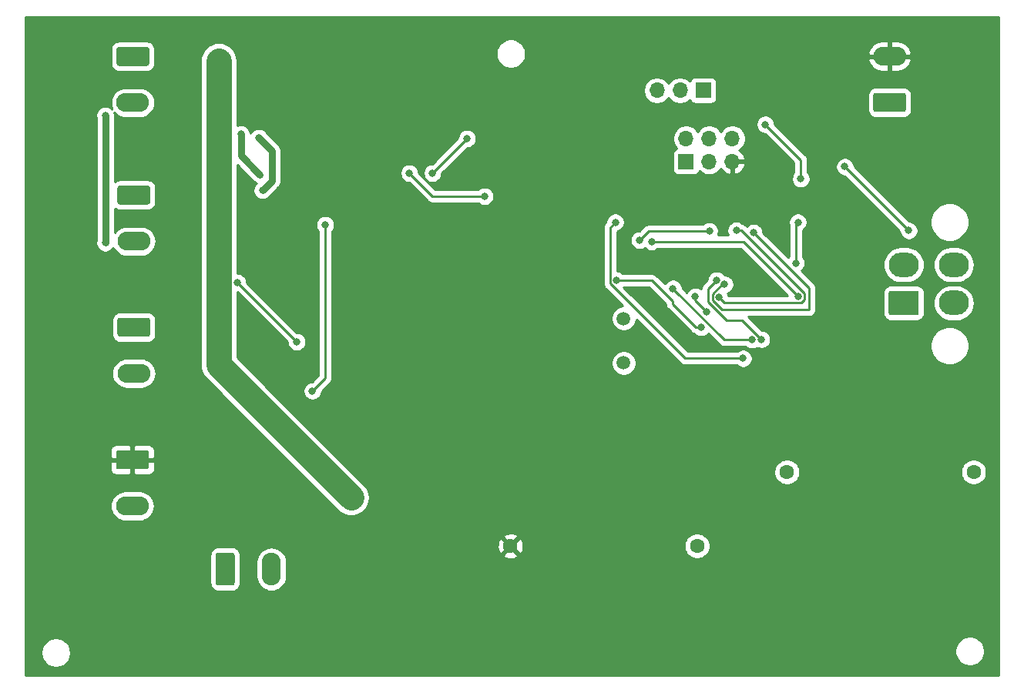
<source format=gbr>
%TF.GenerationSoftware,KiCad,Pcbnew,(5.1.7)-1*%
%TF.CreationDate,2021-05-19T20:23:41+02:00*%
%TF.ProjectId,PEE50-Schakeling,50454535-302d-4536-9368-616b656c696e,rev?*%
%TF.SameCoordinates,Original*%
%TF.FileFunction,Copper,L2,Bot*%
%TF.FilePolarity,Positive*%
%FSLAX46Y46*%
G04 Gerber Fmt 4.6, Leading zero omitted, Abs format (unit mm)*
G04 Created by KiCad (PCBNEW (5.1.7)-1) date 2021-05-19 20:23:41*
%MOMM*%
%LPD*%
G01*
G04 APERTURE LIST*
%TA.AperFunction,ComponentPad*%
%ADD10O,3.600000X2.080000*%
%TD*%
%TA.AperFunction,ComponentPad*%
%ADD11R,1.700000X1.700000*%
%TD*%
%TA.AperFunction,ComponentPad*%
%ADD12O,1.700000X1.700000*%
%TD*%
%TA.AperFunction,ComponentPad*%
%ADD13C,1.500000*%
%TD*%
%TA.AperFunction,ComponentPad*%
%ADD14O,2.080000X3.600000*%
%TD*%
%TA.AperFunction,ComponentPad*%
%ADD15C,1.600200*%
%TD*%
%TA.AperFunction,ComponentPad*%
%ADD16O,3.300000X2.700000*%
%TD*%
%TA.AperFunction,ViaPad*%
%ADD17C,0.800000*%
%TD*%
%TA.AperFunction,ViaPad*%
%ADD18C,2.030000*%
%TD*%
%TA.AperFunction,Conductor*%
%ADD19C,0.250000*%
%TD*%
%TA.AperFunction,Conductor*%
%ADD20C,0.760000*%
%TD*%
%TA.AperFunction,Conductor*%
%ADD21C,2.790000*%
%TD*%
%TA.AperFunction,Conductor*%
%ADD22C,0.254000*%
%TD*%
%TA.AperFunction,Conductor*%
%ADD23C,0.100000*%
%TD*%
G04 APERTURE END LIST*
D10*
%TO.P,J1,2*%
%TO.N,Net-(C1-Pad1)*%
X51536400Y-45587200D03*
%TO.P,J1,1*%
%TO.N,Net-(J1-Pad1)*%
%TA.AperFunction,ComponentPad*%
G36*
G01*
X49986399Y-39467200D02*
X53086401Y-39467200D01*
G75*
G02*
X53336400Y-39717199I0J-249999D01*
G01*
X53336400Y-41297201D01*
G75*
G02*
X53086401Y-41547200I-249999J0D01*
G01*
X49986399Y-41547200D01*
G75*
G02*
X49736400Y-41297201I0J249999D01*
G01*
X49736400Y-39717199D01*
G75*
G02*
X49986399Y-39467200I249999J0D01*
G01*
G37*
%TD.AperFunction*%
%TD*%
%TO.P,J2,2*%
%TO.N,Net-(J1-Pad1)*%
X51638000Y-60827200D03*
%TO.P,J2,1*%
%TO.N,Net-(J2-Pad1)*%
%TA.AperFunction,ComponentPad*%
G36*
G01*
X50087999Y-54707200D02*
X53188001Y-54707200D01*
G75*
G02*
X53438000Y-54957199I0J-249999D01*
G01*
X53438000Y-56537201D01*
G75*
G02*
X53188001Y-56787200I-249999J0D01*
G01*
X50087999Y-56787200D01*
G75*
G02*
X49838000Y-56537201I0J249999D01*
G01*
X49838000Y-54957199D01*
G75*
G02*
X50087999Y-54707200I249999J0D01*
G01*
G37*
%TD.AperFunction*%
%TD*%
%TO.P,J3,1*%
%TO.N,Net-(J3-Pad1)*%
%TA.AperFunction,ComponentPad*%
G36*
G01*
X50087999Y-69236000D02*
X53188001Y-69236000D01*
G75*
G02*
X53438000Y-69485999I0J-249999D01*
G01*
X53438000Y-71066001D01*
G75*
G02*
X53188001Y-71316000I-249999J0D01*
G01*
X50087999Y-71316000D01*
G75*
G02*
X49838000Y-71066001I0J249999D01*
G01*
X49838000Y-69485999D01*
G75*
G02*
X50087999Y-69236000I249999J0D01*
G01*
G37*
%TD.AperFunction*%
%TO.P,J3,2*%
%TO.N,Net-(J2-Pad1)*%
X51638000Y-75356000D03*
%TD*%
%TO.P,J4,1*%
%TO.N,GND*%
%TA.AperFunction,ComponentPad*%
G36*
G01*
X49935599Y-83815600D02*
X53035601Y-83815600D01*
G75*
G02*
X53285600Y-84065599I0J-249999D01*
G01*
X53285600Y-85645601D01*
G75*
G02*
X53035601Y-85895600I-249999J0D01*
G01*
X49935599Y-85895600D01*
G75*
G02*
X49685600Y-85645601I0J249999D01*
G01*
X49685600Y-84065599D01*
G75*
G02*
X49935599Y-83815600I249999J0D01*
G01*
G37*
%TD.AperFunction*%
%TO.P,J4,2*%
%TO.N,Net-(J3-Pad1)*%
X51485600Y-89935600D03*
%TD*%
D11*
%TO.P,J5,1*%
%TO.N,Net-(C14-Pad2)*%
X112318800Y-52070000D03*
D12*
%TO.P,J5,2*%
%TO.N,Net-(J5-Pad2)*%
X112318800Y-49530000D03*
%TO.P,J5,3*%
%TO.N,Net-(J5-Pad3)*%
X114858800Y-52070000D03*
%TO.P,J5,4*%
%TO.N,Ext3.3V*%
X114858800Y-49530000D03*
%TO.P,J5,5*%
%TO.N,GND*%
X117398800Y-52070000D03*
%TO.P,J5,6*%
%TO.N,Net-(J5-Pad6)*%
X117398800Y-49530000D03*
%TD*%
D11*
%TO.P,JP1,1*%
%TO.N,Ext3.3V*%
X114198400Y-44246800D03*
D12*
%TO.P,JP1,2*%
%TO.N,+3V3*%
X111658400Y-44246800D03*
%TO.P,JP1,3*%
%TO.N,Net-(J5-Pad2)*%
X109118400Y-44246800D03*
%TD*%
D13*
%TO.P,Y1,1*%
%TO.N,Net-(C16-Pad1)*%
X105460800Y-74206100D03*
%TO.P,Y1,2*%
%TO.N,Net-(C17-Pad1)*%
X105460800Y-69326100D03*
%TD*%
D14*
%TO.P,J7,2*%
%TO.N,PositiveTerminal*%
X66758820Y-96875600D03*
%TO.P,J7,1*%
%TO.N,NegativeTerminal*%
%TA.AperFunction,ComponentPad*%
G36*
G01*
X60638820Y-98425601D02*
X60638820Y-95325599D01*
G75*
G02*
X60888819Y-95075600I249999J0D01*
G01*
X62468821Y-95075600D01*
G75*
G02*
X62718820Y-95325599I0J-249999D01*
G01*
X62718820Y-98425601D01*
G75*
G02*
X62468821Y-98675600I-249999J0D01*
G01*
X60888819Y-98675600D01*
G75*
G02*
X60638820Y-98425601I0J249999D01*
G01*
G37*
%TD.AperFunction*%
%TD*%
D15*
%TO.P,BT1,P*%
%TO.N,Net-(BT1-PadP)*%
X143913380Y-86217760D03*
%TO.P,BT1,N*%
%TO.N,Net-(BT1-PadN)*%
X123413380Y-86217760D03*
%TD*%
%TO.P,J6,1*%
%TO.N,Net-(J6-Pad1)*%
%TA.AperFunction,ComponentPad*%
G36*
G01*
X137637979Y-68966180D02*
X134837981Y-68966180D01*
G75*
G02*
X134587980Y-68716179I0J250001D01*
G01*
X134587980Y-66516181D01*
G75*
G02*
X134837981Y-66266180I250001J0D01*
G01*
X137637979Y-66266180D01*
G75*
G02*
X137887980Y-66516181I0J-250001D01*
G01*
X137887980Y-68716179D01*
G75*
G02*
X137637979Y-68966180I-250001J0D01*
G01*
G37*
%TD.AperFunction*%
D16*
%TO.P,J6,2*%
%TO.N,Net-(J6-Pad2)*%
X136237980Y-63416180D03*
%TO.P,J6,3*%
%TO.N,N/C*%
X141737980Y-67616180D03*
%TO.P,J6,4*%
X141737980Y-63416180D03*
%TD*%
%TO.P,J8,1*%
%TO.N,Net-(D5-Pad2)*%
%TA.AperFunction,ComponentPad*%
G36*
G01*
X136236041Y-46602520D02*
X133136039Y-46602520D01*
G75*
G02*
X132886040Y-46352521I0J249999D01*
G01*
X132886040Y-44772519D01*
G75*
G02*
X133136039Y-44522520I249999J0D01*
G01*
X136236041Y-44522520D01*
G75*
G02*
X136486040Y-44772519I0J-249999D01*
G01*
X136486040Y-46352521D01*
G75*
G02*
X136236041Y-46602520I-249999J0D01*
G01*
G37*
%TD.AperFunction*%
D10*
%TO.P,J8,2*%
%TO.N,GND*%
X134686040Y-40482520D03*
%TD*%
D15*
%TO.P,BT2,P*%
%TO.N,Net-(BT1-PadN)*%
X113524820Y-94333060D03*
%TO.P,BT2,N*%
%TO.N,GND*%
X93024820Y-94333060D03*
%TD*%
D17*
%TO.N,Net-(C1-Pad1)*%
X63020000Y-65379600D03*
X69535040Y-71874380D03*
%TO.N,Net-(C8-Pad1)*%
X65500000Y-53500000D03*
X63404348Y-49010942D03*
%TO.N,Net-(C10-Pad1)*%
X48500000Y-61000000D03*
X48500000Y-47000000D03*
%TO.N,Net-(C10-Pad2)*%
X65777836Y-55222164D03*
X65364360Y-49448720D03*
%TO.N,Net-(D2-Pad1)*%
X84455000Y-53340000D03*
X88265000Y-49530000D03*
%TO.N,Net-(D3-Pad1)*%
X81915000Y-53340000D03*
X90170000Y-55880000D03*
%TO.N,Net-(R8-Pad1)*%
X72669400Y-59019440D03*
X71259700Y-77289660D03*
D18*
%TO.N,NegativeTerminal*%
X75500000Y-89000000D03*
X60965080Y-40987980D03*
D17*
%TO.N,Net-(R16-Pad1)*%
X114875588Y-59690992D03*
X107210860Y-60708540D03*
%TO.N,Net-(U2-Pad31)*%
X108535002Y-60883800D03*
X124610417Y-66861432D03*
%TO.N,Net-(U2-Pad27)*%
X120592660Y-71615672D03*
X115676680Y-65102740D03*
%TO.N,Net-(U2-Pad26)*%
X119593360Y-71653400D03*
X110888780Y-66014600D03*
%TO.N,Net-(U2-Pad25)*%
X113344960Y-66885820D03*
X114566700Y-68557140D03*
%TO.N,Net-(U2-Pad24)*%
X104703540Y-65128394D03*
X113978490Y-70291061D03*
%TO.N,Net-(U2-Pad15)*%
X118592600Y-73703180D03*
X104556560Y-58740040D03*
%TO.N,Net-(U3-Pad2)*%
X117848380Y-59631580D03*
X115945460Y-66981711D03*
%TO.N,Net-(U3-Pad1)*%
X119755920Y-59875420D03*
X116562672Y-65566467D03*
%TO.N,+3V3*%
X121031000Y-47985680D03*
X124927360Y-53954680D03*
X124386340Y-63228220D03*
X124622560Y-58742580D03*
%TO.N,Net-(BT1-PadP)*%
X136791700Y-59649360D03*
X129768600Y-52628800D03*
%TD*%
D19*
%TO.N,Net-(C1-Pad1)*%
X63020000Y-65379600D02*
X69514780Y-71874380D01*
X69514780Y-71874380D02*
X69535040Y-71874380D01*
D20*
%TO.N,Net-(C8-Pad1)*%
X65500000Y-53500000D02*
X63404348Y-51404348D01*
X63404348Y-51404348D02*
X63404348Y-49010942D01*
%TO.N,Net-(C10-Pad1)*%
X48500000Y-61000000D02*
X48500000Y-47000000D01*
%TO.N,Net-(C10-Pad2)*%
X66844320Y-50928680D02*
X65364360Y-49448720D01*
X66844320Y-54155680D02*
X66844320Y-50928680D01*
X65777836Y-55222164D02*
X66844320Y-54155680D01*
D19*
%TO.N,Net-(D2-Pad1)*%
X84455000Y-53340000D02*
X88265000Y-49530000D01*
%TO.N,Net-(D3-Pad1)*%
X84455000Y-55880000D02*
X90170000Y-55880000D01*
X81915000Y-53340000D02*
X84455000Y-55880000D01*
%TO.N,Net-(R8-Pad1)*%
X72669400Y-75879960D02*
X71259700Y-77289660D01*
X72669400Y-59019440D02*
X72669400Y-75879960D01*
D21*
%TO.N,NegativeTerminal*%
X75500000Y-89000000D02*
X60965080Y-74465080D01*
X60965080Y-74465080D02*
X60965080Y-40987980D01*
D19*
%TO.N,Net-(R16-Pad1)*%
X108228408Y-59690992D02*
X107210860Y-60708540D01*
X114875588Y-59690992D02*
X108228408Y-59690992D01*
%TO.N,Net-(U2-Pad31)*%
X108535002Y-60883800D02*
X118632785Y-60883800D01*
X118632785Y-60883800D02*
X124610417Y-66861432D01*
%TO.N,Net-(U2-Pad27)*%
X116749357Y-69495023D02*
X114755981Y-67501647D01*
X114755981Y-66023439D02*
X115676680Y-65102740D01*
X120592660Y-71615672D02*
X118472011Y-69495023D01*
X118472011Y-69495023D02*
X116749357Y-69495023D01*
X114755981Y-67501647D02*
X114755981Y-66023439D01*
%TO.N,Net-(U2-Pad26)*%
X119593360Y-71653400D02*
X116527580Y-71653400D01*
X116527580Y-71653400D02*
X110888780Y-66014600D01*
%TO.N,Net-(U2-Pad25)*%
X113344960Y-67335400D02*
X114566700Y-68557140D01*
X113344960Y-66885820D02*
X113344960Y-67335400D01*
%TO.N,Net-(U2-Pad24)*%
X110830258Y-67708514D02*
X113412805Y-70291061D01*
X104703540Y-65128394D02*
X108548572Y-65128394D01*
X113412805Y-70291061D02*
X113978490Y-70291061D01*
X108548572Y-65128394D02*
X110830258Y-67410080D01*
X110830258Y-67410080D02*
X110830258Y-67708514D01*
%TO.N,Net-(U2-Pad15)*%
X112205324Y-73703180D02*
X103978539Y-65476395D01*
X118592600Y-73703180D02*
X112205324Y-73703180D01*
X103978539Y-65476395D02*
X103978539Y-59318061D01*
X103978539Y-59318061D02*
X104556560Y-58740040D01*
%TO.N,Net-(U3-Pad2)*%
X124958419Y-67586434D02*
X116550183Y-67586434D01*
X125335419Y-66552934D02*
X125335419Y-67209434D01*
X118414065Y-59631580D02*
X125335419Y-66552934D01*
X117848380Y-59631580D02*
X118414065Y-59631580D01*
X125335419Y-67209434D02*
X124958419Y-67586434D01*
X116550183Y-67586434D02*
X115945460Y-66981711D01*
%TO.N,Net-(U3-Pad1)*%
X119755920Y-59875420D02*
X125837899Y-65957399D01*
X125837899Y-65957399D02*
X125837899Y-68369154D01*
X116259899Y-68369154D02*
X115220458Y-67329713D01*
X115220458Y-66626910D02*
X116280901Y-65566467D01*
X116280901Y-65566467D02*
X116562672Y-65566467D01*
X125837899Y-68369154D02*
X116259899Y-68369154D01*
X115220458Y-67329713D02*
X115220458Y-66626910D01*
%TO.N,+3V3*%
X124927360Y-51882040D02*
X124927360Y-53954680D01*
X121031000Y-47985680D02*
X124927360Y-51882040D01*
X124386340Y-58978800D02*
X124622560Y-58742580D01*
X124386340Y-63228220D02*
X124386340Y-58978800D01*
%TO.N,Net-(BT1-PadP)*%
X129771140Y-52628800D02*
X129768600Y-52628800D01*
X136791700Y-59649360D02*
X129771140Y-52628800D01*
%TD*%
D22*
%TO.N,GND*%
X146629520Y-108557460D02*
X39740440Y-108557460D01*
X39740440Y-105896667D01*
X41438320Y-105896667D01*
X41438320Y-106218733D01*
X41501152Y-106534612D01*
X41624402Y-106832163D01*
X41803333Y-107099952D01*
X42031068Y-107327687D01*
X42298857Y-107506618D01*
X42596408Y-107629868D01*
X42912287Y-107692700D01*
X43234353Y-107692700D01*
X43550232Y-107629868D01*
X43847783Y-107506618D01*
X44115572Y-107327687D01*
X44343307Y-107099952D01*
X44522238Y-106832163D01*
X44645488Y-106534612D01*
X44708320Y-106218733D01*
X44708320Y-105896667D01*
X44675985Y-105734107D01*
X141875000Y-105734107D01*
X141875000Y-106056173D01*
X141937832Y-106372052D01*
X142061082Y-106669603D01*
X142240013Y-106937392D01*
X142467748Y-107165127D01*
X142735537Y-107344058D01*
X143033088Y-107467308D01*
X143348967Y-107530140D01*
X143671033Y-107530140D01*
X143986912Y-107467308D01*
X144284463Y-107344058D01*
X144552252Y-107165127D01*
X144779987Y-106937392D01*
X144958918Y-106669603D01*
X145082168Y-106372052D01*
X145145000Y-106056173D01*
X145145000Y-105734107D01*
X145082168Y-105418228D01*
X144958918Y-105120677D01*
X144779987Y-104852888D01*
X144552252Y-104625153D01*
X144284463Y-104446222D01*
X143986912Y-104322972D01*
X143671033Y-104260140D01*
X143348967Y-104260140D01*
X143033088Y-104322972D01*
X142735537Y-104446222D01*
X142467748Y-104625153D01*
X142240013Y-104852888D01*
X142061082Y-105120677D01*
X141937832Y-105418228D01*
X141875000Y-105734107D01*
X44675985Y-105734107D01*
X44645488Y-105580788D01*
X44522238Y-105283237D01*
X44343307Y-105015448D01*
X44115572Y-104787713D01*
X43847783Y-104608782D01*
X43550232Y-104485532D01*
X43234353Y-104422700D01*
X42912287Y-104422700D01*
X42596408Y-104485532D01*
X42298857Y-104608782D01*
X42031068Y-104787713D01*
X41803333Y-105015448D01*
X41624402Y-105283237D01*
X41501152Y-105580788D01*
X41438320Y-105896667D01*
X39740440Y-105896667D01*
X39740440Y-95325599D01*
X60000748Y-95325599D01*
X60000748Y-98425601D01*
X60017812Y-98598855D01*
X60068348Y-98765451D01*
X60150415Y-98918987D01*
X60260858Y-99053562D01*
X60395433Y-99164005D01*
X60548969Y-99246072D01*
X60715565Y-99296608D01*
X60888819Y-99313672D01*
X62468821Y-99313672D01*
X62642075Y-99296608D01*
X62808671Y-99246072D01*
X62962207Y-99164005D01*
X63096782Y-99053562D01*
X63207225Y-98918987D01*
X63289292Y-98765451D01*
X63339828Y-98598855D01*
X63356892Y-98425601D01*
X63356892Y-96033319D01*
X65083820Y-96033319D01*
X65083820Y-97717882D01*
X65108056Y-97963957D01*
X65203836Y-98279696D01*
X65359371Y-98570682D01*
X65568687Y-98825734D01*
X65823739Y-99035050D01*
X66114725Y-99190585D01*
X66430464Y-99286364D01*
X66758820Y-99318704D01*
X67087177Y-99286364D01*
X67402916Y-99190585D01*
X67693902Y-99035050D01*
X67948954Y-98825734D01*
X68158270Y-98570682D01*
X68313805Y-98279696D01*
X68409584Y-97963957D01*
X68433820Y-97717882D01*
X68433820Y-96033318D01*
X68409584Y-95787243D01*
X68313805Y-95471504D01*
X68235943Y-95325834D01*
X92211651Y-95325834D01*
X92283246Y-95569814D01*
X92538774Y-95690724D01*
X92812981Y-95759460D01*
X93095328Y-95773380D01*
X93374967Y-95731949D01*
X93641148Y-95636760D01*
X93766394Y-95569814D01*
X93837989Y-95325834D01*
X93024820Y-94512665D01*
X92211651Y-95325834D01*
X68235943Y-95325834D01*
X68158270Y-95180518D01*
X67948954Y-94925466D01*
X67693901Y-94716150D01*
X67402915Y-94560615D01*
X67087176Y-94464836D01*
X66758820Y-94432496D01*
X66430463Y-94464836D01*
X66114724Y-94560615D01*
X65823738Y-94716150D01*
X65568686Y-94925466D01*
X65359370Y-95180519D01*
X65203835Y-95471505D01*
X65108056Y-95787244D01*
X65083820Y-96033319D01*
X63356892Y-96033319D01*
X63356892Y-95325599D01*
X63339828Y-95152345D01*
X63289292Y-94985749D01*
X63207225Y-94832213D01*
X63096782Y-94697638D01*
X62962207Y-94587195D01*
X62808671Y-94505128D01*
X62642075Y-94454592D01*
X62468821Y-94437528D01*
X60888819Y-94437528D01*
X60715565Y-94454592D01*
X60548969Y-94505128D01*
X60395433Y-94587195D01*
X60260858Y-94697638D01*
X60150415Y-94832213D01*
X60068348Y-94985749D01*
X60017812Y-95152345D01*
X60000748Y-95325599D01*
X39740440Y-95325599D01*
X39740440Y-94403568D01*
X91584500Y-94403568D01*
X91625931Y-94683207D01*
X91721120Y-94949388D01*
X91788066Y-95074634D01*
X92032046Y-95146229D01*
X92845215Y-94333060D01*
X93204425Y-94333060D01*
X94017594Y-95146229D01*
X94261574Y-95074634D01*
X94382484Y-94819106D01*
X94451220Y-94544899D01*
X94465140Y-94262552D01*
X94454645Y-94191715D01*
X112089720Y-94191715D01*
X112089720Y-94474405D01*
X112144870Y-94751663D01*
X112253051Y-95012835D01*
X112410105Y-95247883D01*
X112609997Y-95447775D01*
X112845045Y-95604829D01*
X113106217Y-95713010D01*
X113383475Y-95768160D01*
X113666165Y-95768160D01*
X113943423Y-95713010D01*
X114204595Y-95604829D01*
X114439643Y-95447775D01*
X114639535Y-95247883D01*
X114796589Y-95012835D01*
X114904770Y-94751663D01*
X114959920Y-94474405D01*
X114959920Y-94191715D01*
X114904770Y-93914457D01*
X114796589Y-93653285D01*
X114639535Y-93418237D01*
X114439643Y-93218345D01*
X114204595Y-93061291D01*
X113943423Y-92953110D01*
X113666165Y-92897960D01*
X113383475Y-92897960D01*
X113106217Y-92953110D01*
X112845045Y-93061291D01*
X112609997Y-93218345D01*
X112410105Y-93418237D01*
X112253051Y-93653285D01*
X112144870Y-93914457D01*
X112089720Y-94191715D01*
X94454645Y-94191715D01*
X94423709Y-93982913D01*
X94328520Y-93716732D01*
X94261574Y-93591486D01*
X94017594Y-93519891D01*
X93204425Y-94333060D01*
X92845215Y-94333060D01*
X92032046Y-93519891D01*
X91788066Y-93591486D01*
X91667156Y-93847014D01*
X91598420Y-94121221D01*
X91584500Y-94403568D01*
X39740440Y-94403568D01*
X39740440Y-93340286D01*
X92211651Y-93340286D01*
X93024820Y-94153455D01*
X93837989Y-93340286D01*
X93766394Y-93096306D01*
X93510866Y-92975396D01*
X93236659Y-92906660D01*
X92954312Y-92892740D01*
X92674673Y-92934171D01*
X92408492Y-93029360D01*
X92283246Y-93096306D01*
X92211651Y-93340286D01*
X39740440Y-93340286D01*
X39740440Y-89935600D01*
X49042496Y-89935600D01*
X49074836Y-90263957D01*
X49170615Y-90579696D01*
X49326150Y-90870682D01*
X49535466Y-91125734D01*
X49790518Y-91335050D01*
X50081504Y-91490585D01*
X50397243Y-91586364D01*
X50643318Y-91610600D01*
X52327882Y-91610600D01*
X52573957Y-91586364D01*
X52889696Y-91490585D01*
X53180682Y-91335050D01*
X53435734Y-91125734D01*
X53645050Y-90870682D01*
X53800585Y-90579696D01*
X53896364Y-90263957D01*
X53928704Y-89935600D01*
X53896364Y-89607243D01*
X53800585Y-89291504D01*
X53645050Y-89000518D01*
X53435734Y-88745466D01*
X53180682Y-88536150D01*
X52889696Y-88380615D01*
X52573957Y-88284836D01*
X52327882Y-88260600D01*
X50643318Y-88260600D01*
X50397243Y-88284836D01*
X50081504Y-88380615D01*
X49790518Y-88536150D01*
X49535466Y-88745466D01*
X49326150Y-89000518D01*
X49170615Y-89291504D01*
X49074836Y-89607243D01*
X49042496Y-89935600D01*
X39740440Y-89935600D01*
X39740440Y-85895600D01*
X49047528Y-85895600D01*
X49059788Y-86020082D01*
X49096098Y-86139780D01*
X49155063Y-86250094D01*
X49234415Y-86346785D01*
X49331106Y-86426137D01*
X49441420Y-86485102D01*
X49561118Y-86521412D01*
X49685600Y-86533672D01*
X51199850Y-86530600D01*
X51358600Y-86371850D01*
X51358600Y-84982600D01*
X51612600Y-84982600D01*
X51612600Y-86371850D01*
X51771350Y-86530600D01*
X53285600Y-86533672D01*
X53410082Y-86521412D01*
X53529780Y-86485102D01*
X53640094Y-86426137D01*
X53736785Y-86346785D01*
X53816137Y-86250094D01*
X53875102Y-86139780D01*
X53911412Y-86020082D01*
X53923672Y-85895600D01*
X53920600Y-85141350D01*
X53761850Y-84982600D01*
X51612600Y-84982600D01*
X51358600Y-84982600D01*
X49209350Y-84982600D01*
X49050600Y-85141350D01*
X49047528Y-85895600D01*
X39740440Y-85895600D01*
X39740440Y-83815600D01*
X49047528Y-83815600D01*
X49050600Y-84569850D01*
X49209350Y-84728600D01*
X51358600Y-84728600D01*
X51358600Y-83339350D01*
X51612600Y-83339350D01*
X51612600Y-84728600D01*
X53761850Y-84728600D01*
X53920600Y-84569850D01*
X53923672Y-83815600D01*
X53911412Y-83691118D01*
X53875102Y-83571420D01*
X53816137Y-83461106D01*
X53736785Y-83364415D01*
X53640094Y-83285063D01*
X53529780Y-83226098D01*
X53410082Y-83189788D01*
X53285600Y-83177528D01*
X51771350Y-83180600D01*
X51612600Y-83339350D01*
X51358600Y-83339350D01*
X51199850Y-83180600D01*
X49685600Y-83177528D01*
X49561118Y-83189788D01*
X49441420Y-83226098D01*
X49331106Y-83285063D01*
X49234415Y-83364415D01*
X49155063Y-83461106D01*
X49096098Y-83571420D01*
X49059788Y-83691118D01*
X49047528Y-83815600D01*
X39740440Y-83815600D01*
X39740440Y-75356000D01*
X49194896Y-75356000D01*
X49227236Y-75684357D01*
X49323015Y-76000096D01*
X49478550Y-76291082D01*
X49687866Y-76546134D01*
X49942918Y-76755450D01*
X50233904Y-76910985D01*
X50549643Y-77006764D01*
X50795718Y-77031000D01*
X52480282Y-77031000D01*
X52726357Y-77006764D01*
X53042096Y-76910985D01*
X53333082Y-76755450D01*
X53588134Y-76546134D01*
X53797450Y-76291082D01*
X53952985Y-76000096D01*
X54048764Y-75684357D01*
X54081104Y-75356000D01*
X54048764Y-75027643D01*
X53952985Y-74711904D01*
X53821056Y-74465080D01*
X58925258Y-74465080D01*
X58935080Y-74564803D01*
X58964453Y-74863029D01*
X59080530Y-75245685D01*
X59269030Y-75598344D01*
X59522708Y-75907452D01*
X59600172Y-75971025D01*
X74135088Y-90505942D01*
X74366736Y-90696050D01*
X74719393Y-90884549D01*
X75102050Y-91000627D01*
X75500000Y-91039822D01*
X75897949Y-91000627D01*
X76280606Y-90884549D01*
X76633263Y-90696050D01*
X76942371Y-90442371D01*
X77196050Y-90133263D01*
X77384549Y-89780606D01*
X77500627Y-89397949D01*
X77539822Y-89000000D01*
X77500627Y-88602050D01*
X77384549Y-88219393D01*
X77196050Y-87866736D01*
X77005942Y-87635088D01*
X75447269Y-86076415D01*
X121978280Y-86076415D01*
X121978280Y-86359105D01*
X122033430Y-86636363D01*
X122141611Y-86897535D01*
X122298665Y-87132583D01*
X122498557Y-87332475D01*
X122733605Y-87489529D01*
X122994777Y-87597710D01*
X123272035Y-87652860D01*
X123554725Y-87652860D01*
X123831983Y-87597710D01*
X124093155Y-87489529D01*
X124328203Y-87332475D01*
X124528095Y-87132583D01*
X124685149Y-86897535D01*
X124793330Y-86636363D01*
X124848480Y-86359105D01*
X124848480Y-86076415D01*
X142478280Y-86076415D01*
X142478280Y-86359105D01*
X142533430Y-86636363D01*
X142641611Y-86897535D01*
X142798665Y-87132583D01*
X142998557Y-87332475D01*
X143233605Y-87489529D01*
X143494777Y-87597710D01*
X143772035Y-87652860D01*
X144054725Y-87652860D01*
X144331983Y-87597710D01*
X144593155Y-87489529D01*
X144828203Y-87332475D01*
X145028095Y-87132583D01*
X145185149Y-86897535D01*
X145293330Y-86636363D01*
X145348480Y-86359105D01*
X145348480Y-86076415D01*
X145293330Y-85799157D01*
X145185149Y-85537985D01*
X145028095Y-85302937D01*
X144828203Y-85103045D01*
X144593155Y-84945991D01*
X144331983Y-84837810D01*
X144054725Y-84782660D01*
X143772035Y-84782660D01*
X143494777Y-84837810D01*
X143233605Y-84945991D01*
X142998557Y-85103045D01*
X142798665Y-85302937D01*
X142641611Y-85537985D01*
X142533430Y-85799157D01*
X142478280Y-86076415D01*
X124848480Y-86076415D01*
X124793330Y-85799157D01*
X124685149Y-85537985D01*
X124528095Y-85302937D01*
X124328203Y-85103045D01*
X124093155Y-84945991D01*
X123831983Y-84837810D01*
X123554725Y-84782660D01*
X123272035Y-84782660D01*
X122994777Y-84837810D01*
X122733605Y-84945991D01*
X122498557Y-85103045D01*
X122298665Y-85302937D01*
X122141611Y-85537985D01*
X122033430Y-85799157D01*
X121978280Y-86076415D01*
X75447269Y-86076415D01*
X66558575Y-77187721D01*
X70224700Y-77187721D01*
X70224700Y-77391599D01*
X70264474Y-77591558D01*
X70342495Y-77779916D01*
X70455763Y-77949434D01*
X70599926Y-78093597D01*
X70769444Y-78206865D01*
X70957802Y-78284886D01*
X71157761Y-78324660D01*
X71361639Y-78324660D01*
X71561598Y-78284886D01*
X71749956Y-78206865D01*
X71919474Y-78093597D01*
X72063637Y-77949434D01*
X72176905Y-77779916D01*
X72254926Y-77591558D01*
X72294700Y-77391599D01*
X72294700Y-77329461D01*
X73180403Y-76443759D01*
X73209401Y-76419961D01*
X73304374Y-76304236D01*
X73374946Y-76172207D01*
X73418403Y-76028946D01*
X73429400Y-75917293D01*
X73429400Y-75917283D01*
X73433076Y-75879960D01*
X73429400Y-75842637D01*
X73429400Y-74069689D01*
X104075800Y-74069689D01*
X104075800Y-74342511D01*
X104129025Y-74610089D01*
X104233429Y-74862143D01*
X104385001Y-75088986D01*
X104577914Y-75281899D01*
X104804757Y-75433471D01*
X105056811Y-75537875D01*
X105324389Y-75591100D01*
X105597211Y-75591100D01*
X105864789Y-75537875D01*
X106116843Y-75433471D01*
X106343686Y-75281899D01*
X106536599Y-75088986D01*
X106688171Y-74862143D01*
X106792575Y-74610089D01*
X106845800Y-74342511D01*
X106845800Y-74069689D01*
X106792575Y-73802111D01*
X106688171Y-73550057D01*
X106536599Y-73323214D01*
X106343686Y-73130301D01*
X106116843Y-72978729D01*
X105864789Y-72874325D01*
X105597211Y-72821100D01*
X105324389Y-72821100D01*
X105056811Y-72874325D01*
X104804757Y-72978729D01*
X104577914Y-73130301D01*
X104385001Y-73323214D01*
X104233429Y-73550057D01*
X104129025Y-73802111D01*
X104075800Y-74069689D01*
X73429400Y-74069689D01*
X73429400Y-59723151D01*
X73473337Y-59679214D01*
X73586605Y-59509696D01*
X73664626Y-59321338D01*
X73665277Y-59318061D01*
X103214863Y-59318061D01*
X103218540Y-59355393D01*
X103218539Y-65439072D01*
X103214863Y-65476395D01*
X103218539Y-65513717D01*
X103218539Y-65513727D01*
X103229536Y-65625380D01*
X103272993Y-65768641D01*
X103343565Y-65900671D01*
X103383410Y-65949221D01*
X103438538Y-66016396D01*
X103467542Y-66040199D01*
X105368443Y-67941100D01*
X105324389Y-67941100D01*
X105056811Y-67994325D01*
X104804757Y-68098729D01*
X104577914Y-68250301D01*
X104385001Y-68443214D01*
X104233429Y-68670057D01*
X104129025Y-68922111D01*
X104075800Y-69189689D01*
X104075800Y-69462511D01*
X104129025Y-69730089D01*
X104233429Y-69982143D01*
X104385001Y-70208986D01*
X104577914Y-70401899D01*
X104804757Y-70553471D01*
X105056811Y-70657875D01*
X105324389Y-70711100D01*
X105597211Y-70711100D01*
X105864789Y-70657875D01*
X106116843Y-70553471D01*
X106343686Y-70401899D01*
X106536599Y-70208986D01*
X106688171Y-69982143D01*
X106792575Y-69730089D01*
X106845800Y-69462511D01*
X106845800Y-69418457D01*
X111641525Y-74214183D01*
X111665323Y-74243181D01*
X111694321Y-74266979D01*
X111781047Y-74338154D01*
X111913077Y-74408726D01*
X112056338Y-74452183D01*
X112167991Y-74463180D01*
X112168001Y-74463180D01*
X112205324Y-74466856D01*
X112242647Y-74463180D01*
X117888889Y-74463180D01*
X117932826Y-74507117D01*
X118102344Y-74620385D01*
X118290702Y-74698406D01*
X118490661Y-74738180D01*
X118694539Y-74738180D01*
X118894498Y-74698406D01*
X119082856Y-74620385D01*
X119252374Y-74507117D01*
X119396537Y-74362954D01*
X119509805Y-74193436D01*
X119587826Y-74005078D01*
X119627600Y-73805119D01*
X119627600Y-73601241D01*
X119587826Y-73401282D01*
X119509805Y-73212924D01*
X119396537Y-73043406D01*
X119252374Y-72899243D01*
X119082856Y-72785975D01*
X118894498Y-72707954D01*
X118694539Y-72668180D01*
X118490661Y-72668180D01*
X118290702Y-72707954D01*
X118102344Y-72785975D01*
X117932826Y-72899243D01*
X117888889Y-72943180D01*
X112520126Y-72943180D01*
X105465339Y-65888394D01*
X108233771Y-65888394D01*
X110067969Y-67722593D01*
X110070258Y-67745836D01*
X110070258Y-67745847D01*
X110081255Y-67857500D01*
X110124712Y-68000761D01*
X110195284Y-68132790D01*
X110290257Y-68248515D01*
X110319259Y-68272317D01*
X112849006Y-70802064D01*
X112872804Y-70831062D01*
X112901802Y-70854860D01*
X112988528Y-70926035D01*
X113114981Y-70993626D01*
X113120558Y-70996607D01*
X113263766Y-71040048D01*
X113318716Y-71094998D01*
X113488234Y-71208266D01*
X113676592Y-71286287D01*
X113876551Y-71326061D01*
X114080429Y-71326061D01*
X114280388Y-71286287D01*
X114468746Y-71208266D01*
X114638264Y-71094998D01*
X114766320Y-70966942D01*
X115963785Y-72164408D01*
X115987579Y-72193401D01*
X116016572Y-72217195D01*
X116016576Y-72217199D01*
X116057332Y-72250646D01*
X116103304Y-72288374D01*
X116235333Y-72358946D01*
X116378594Y-72402403D01*
X116490247Y-72413400D01*
X116490256Y-72413400D01*
X116527579Y-72417076D01*
X116564902Y-72413400D01*
X118889649Y-72413400D01*
X118933586Y-72457337D01*
X119103104Y-72570605D01*
X119291462Y-72648626D01*
X119491421Y-72688400D01*
X119695299Y-72688400D01*
X119895258Y-72648626D01*
X120083616Y-72570605D01*
X120125662Y-72542511D01*
X120290762Y-72610898D01*
X120490721Y-72650672D01*
X120694599Y-72650672D01*
X120894558Y-72610898D01*
X121082916Y-72532877D01*
X121252434Y-72419609D01*
X121396597Y-72275446D01*
X121509865Y-72105928D01*
X121509876Y-72105901D01*
X139142980Y-72105901D01*
X139142980Y-72526459D01*
X139225027Y-72938936D01*
X139385968Y-73327482D01*
X139619617Y-73677163D01*
X139916997Y-73974543D01*
X140266678Y-74208192D01*
X140655224Y-74369133D01*
X141067701Y-74451180D01*
X141488259Y-74451180D01*
X141900736Y-74369133D01*
X142289282Y-74208192D01*
X142638963Y-73974543D01*
X142936343Y-73677163D01*
X143169992Y-73327482D01*
X143330933Y-72938936D01*
X143412980Y-72526459D01*
X143412980Y-72105901D01*
X143330933Y-71693424D01*
X143169992Y-71304878D01*
X142936343Y-70955197D01*
X142638963Y-70657817D01*
X142289282Y-70424168D01*
X141900736Y-70263227D01*
X141488259Y-70181180D01*
X141067701Y-70181180D01*
X140655224Y-70263227D01*
X140266678Y-70424168D01*
X139916997Y-70657817D01*
X139619617Y-70955197D01*
X139385968Y-71304878D01*
X139225027Y-71693424D01*
X139142980Y-72105901D01*
X121509876Y-72105901D01*
X121587886Y-71917570D01*
X121627660Y-71717611D01*
X121627660Y-71513733D01*
X121587886Y-71313774D01*
X121509865Y-71125416D01*
X121396597Y-70955898D01*
X121252434Y-70811735D01*
X121082916Y-70698467D01*
X120894558Y-70620446D01*
X120694599Y-70580672D01*
X120632462Y-70580672D01*
X119180943Y-69129154D01*
X125800566Y-69129154D01*
X125837899Y-69132831D01*
X125986885Y-69118157D01*
X126130146Y-69074700D01*
X126262175Y-69004128D01*
X126377900Y-68909155D01*
X126472873Y-68793430D01*
X126543445Y-68661401D01*
X126586902Y-68518140D01*
X126597899Y-68406487D01*
X126601576Y-68369154D01*
X126597899Y-68331821D01*
X126597899Y-66516181D01*
X133949908Y-66516181D01*
X133949908Y-68716179D01*
X133966972Y-68889433D01*
X134017509Y-69056030D01*
X134099575Y-69209566D01*
X134210019Y-69344141D01*
X134344594Y-69454585D01*
X134498130Y-69536651D01*
X134664727Y-69587188D01*
X134837981Y-69604252D01*
X137637979Y-69604252D01*
X137811233Y-69587188D01*
X137977830Y-69536651D01*
X138131366Y-69454585D01*
X138265941Y-69344141D01*
X138376385Y-69209566D01*
X138458451Y-69056030D01*
X138508988Y-68889433D01*
X138526052Y-68716179D01*
X138526052Y-67616180D01*
X139443376Y-67616180D01*
X139481702Y-68005308D01*
X139595206Y-68379482D01*
X139779527Y-68724323D01*
X140027582Y-69026578D01*
X140329837Y-69274633D01*
X140674678Y-69458954D01*
X141048852Y-69572458D01*
X141340470Y-69601180D01*
X142135490Y-69601180D01*
X142427108Y-69572458D01*
X142801282Y-69458954D01*
X143146123Y-69274633D01*
X143448378Y-69026578D01*
X143696433Y-68724323D01*
X143880754Y-68379482D01*
X143994258Y-68005308D01*
X144032584Y-67616180D01*
X143994258Y-67227052D01*
X143880754Y-66852878D01*
X143696433Y-66508037D01*
X143448378Y-66205782D01*
X143146123Y-65957727D01*
X142801282Y-65773406D01*
X142427108Y-65659902D01*
X142135490Y-65631180D01*
X141340470Y-65631180D01*
X141048852Y-65659902D01*
X140674678Y-65773406D01*
X140329837Y-65957727D01*
X140027582Y-66205782D01*
X139779527Y-66508037D01*
X139595206Y-66852878D01*
X139481702Y-67227052D01*
X139443376Y-67616180D01*
X138526052Y-67616180D01*
X138526052Y-66516181D01*
X138508988Y-66342927D01*
X138458451Y-66176330D01*
X138376385Y-66022794D01*
X138265941Y-65888219D01*
X138131366Y-65777775D01*
X137977830Y-65695709D01*
X137811233Y-65645172D01*
X137637979Y-65628108D01*
X134837981Y-65628108D01*
X134664727Y-65645172D01*
X134498130Y-65695709D01*
X134344594Y-65777775D01*
X134210019Y-65888219D01*
X134099575Y-66022794D01*
X134017509Y-66176330D01*
X133966972Y-66342927D01*
X133949908Y-66516181D01*
X126597899Y-66516181D01*
X126597899Y-65994721D01*
X126601575Y-65957398D01*
X126597899Y-65920075D01*
X126597899Y-65920066D01*
X126586902Y-65808413D01*
X126543445Y-65665152D01*
X126472873Y-65533123D01*
X126377900Y-65417398D01*
X126348903Y-65393601D01*
X125010953Y-64055651D01*
X125046114Y-64032157D01*
X125190277Y-63887994D01*
X125303545Y-63718476D01*
X125381566Y-63530118D01*
X125404229Y-63416180D01*
X133943376Y-63416180D01*
X133981702Y-63805308D01*
X134095206Y-64179482D01*
X134279527Y-64524323D01*
X134527582Y-64826578D01*
X134829837Y-65074633D01*
X135174678Y-65258954D01*
X135548852Y-65372458D01*
X135840470Y-65401180D01*
X136635490Y-65401180D01*
X136927108Y-65372458D01*
X137301282Y-65258954D01*
X137646123Y-65074633D01*
X137948378Y-64826578D01*
X138196433Y-64524323D01*
X138380754Y-64179482D01*
X138494258Y-63805308D01*
X138532584Y-63416180D01*
X139443376Y-63416180D01*
X139481702Y-63805308D01*
X139595206Y-64179482D01*
X139779527Y-64524323D01*
X140027582Y-64826578D01*
X140329837Y-65074633D01*
X140674678Y-65258954D01*
X141048852Y-65372458D01*
X141340470Y-65401180D01*
X142135490Y-65401180D01*
X142427108Y-65372458D01*
X142801282Y-65258954D01*
X143146123Y-65074633D01*
X143448378Y-64826578D01*
X143696433Y-64524323D01*
X143880754Y-64179482D01*
X143994258Y-63805308D01*
X144032584Y-63416180D01*
X143994258Y-63027052D01*
X143880754Y-62652878D01*
X143696433Y-62308037D01*
X143448378Y-62005782D01*
X143146123Y-61757727D01*
X142801282Y-61573406D01*
X142427108Y-61459902D01*
X142135490Y-61431180D01*
X141340470Y-61431180D01*
X141048852Y-61459902D01*
X140674678Y-61573406D01*
X140329837Y-61757727D01*
X140027582Y-62005782D01*
X139779527Y-62308037D01*
X139595206Y-62652878D01*
X139481702Y-63027052D01*
X139443376Y-63416180D01*
X138532584Y-63416180D01*
X138494258Y-63027052D01*
X138380754Y-62652878D01*
X138196433Y-62308037D01*
X137948378Y-62005782D01*
X137646123Y-61757727D01*
X137301282Y-61573406D01*
X136927108Y-61459902D01*
X136635490Y-61431180D01*
X135840470Y-61431180D01*
X135548852Y-61459902D01*
X135174678Y-61573406D01*
X134829837Y-61757727D01*
X134527582Y-62005782D01*
X134279527Y-62308037D01*
X134095206Y-62652878D01*
X133981702Y-63027052D01*
X133943376Y-63416180D01*
X125404229Y-63416180D01*
X125421340Y-63330159D01*
X125421340Y-63126281D01*
X125381566Y-62926322D01*
X125303545Y-62737964D01*
X125190277Y-62568446D01*
X125146340Y-62524509D01*
X125146340Y-59637385D01*
X125282334Y-59546517D01*
X125426497Y-59402354D01*
X125539765Y-59232836D01*
X125617786Y-59044478D01*
X125657560Y-58844519D01*
X125657560Y-58640641D01*
X125617786Y-58440682D01*
X125539765Y-58252324D01*
X125426497Y-58082806D01*
X125282334Y-57938643D01*
X125112816Y-57825375D01*
X124924458Y-57747354D01*
X124724499Y-57707580D01*
X124520621Y-57707580D01*
X124320662Y-57747354D01*
X124132304Y-57825375D01*
X123962786Y-57938643D01*
X123818623Y-58082806D01*
X123705355Y-58252324D01*
X123627334Y-58440682D01*
X123587560Y-58640641D01*
X123587560Y-58844519D01*
X123626341Y-59039486D01*
X123626340Y-62524509D01*
X123582403Y-62568446D01*
X123558909Y-62603607D01*
X120790920Y-59835619D01*
X120790920Y-59773481D01*
X120751146Y-59573522D01*
X120673125Y-59385164D01*
X120559857Y-59215646D01*
X120415694Y-59071483D01*
X120246176Y-58958215D01*
X120057818Y-58880194D01*
X119857859Y-58840420D01*
X119653981Y-58840420D01*
X119454022Y-58880194D01*
X119265664Y-58958215D01*
X119096146Y-59071483D01*
X119012458Y-59155171D01*
X118977869Y-59120583D01*
X118954066Y-59091579D01*
X118838341Y-58996606D01*
X118706312Y-58926034D01*
X118563104Y-58882593D01*
X118508154Y-58827643D01*
X118338636Y-58714375D01*
X118150278Y-58636354D01*
X117950319Y-58596580D01*
X117746441Y-58596580D01*
X117546482Y-58636354D01*
X117358124Y-58714375D01*
X117188606Y-58827643D01*
X117044443Y-58971806D01*
X116931175Y-59141324D01*
X116853154Y-59329682D01*
X116813380Y-59529641D01*
X116813380Y-59733519D01*
X116853154Y-59933478D01*
X116931175Y-60121836D01*
X116932487Y-60123800D01*
X115816589Y-60123800D01*
X115870814Y-59992890D01*
X115910588Y-59792931D01*
X115910588Y-59589053D01*
X115870814Y-59389094D01*
X115792793Y-59200736D01*
X115679525Y-59031218D01*
X115535362Y-58887055D01*
X115365844Y-58773787D01*
X115177486Y-58695766D01*
X114977527Y-58655992D01*
X114773649Y-58655992D01*
X114573690Y-58695766D01*
X114385332Y-58773787D01*
X114215814Y-58887055D01*
X114171877Y-58930992D01*
X108265730Y-58930992D01*
X108228407Y-58927316D01*
X108191084Y-58930992D01*
X108191075Y-58930992D01*
X108079422Y-58941989D01*
X107936161Y-58985446D01*
X107804132Y-59056018D01*
X107688407Y-59150991D01*
X107664609Y-59179989D01*
X107171059Y-59673540D01*
X107108921Y-59673540D01*
X106908962Y-59713314D01*
X106720604Y-59791335D01*
X106551086Y-59904603D01*
X106406923Y-60048766D01*
X106293655Y-60218284D01*
X106215634Y-60406642D01*
X106175860Y-60606601D01*
X106175860Y-60810479D01*
X106215634Y-61010438D01*
X106293655Y-61198796D01*
X106406923Y-61368314D01*
X106551086Y-61512477D01*
X106720604Y-61625745D01*
X106908962Y-61703766D01*
X107108921Y-61743540D01*
X107312799Y-61743540D01*
X107512758Y-61703766D01*
X107701116Y-61625745D01*
X107768327Y-61580836D01*
X107875228Y-61687737D01*
X108044746Y-61801005D01*
X108233104Y-61879026D01*
X108433063Y-61918800D01*
X108636941Y-61918800D01*
X108836900Y-61879026D01*
X109025258Y-61801005D01*
X109194776Y-61687737D01*
X109238713Y-61643800D01*
X118317984Y-61643800D01*
X123500617Y-66826434D01*
X116969850Y-66826434D01*
X116940686Y-66679813D01*
X116887777Y-66552080D01*
X117052928Y-66483672D01*
X117222446Y-66370404D01*
X117366609Y-66226241D01*
X117479877Y-66056723D01*
X117557898Y-65868365D01*
X117597672Y-65668406D01*
X117597672Y-65464528D01*
X117557898Y-65264569D01*
X117479877Y-65076211D01*
X117366609Y-64906693D01*
X117222446Y-64762530D01*
X117052928Y-64649262D01*
X116864570Y-64571241D01*
X116664611Y-64531467D01*
X116539751Y-64531467D01*
X116480617Y-64442966D01*
X116336454Y-64298803D01*
X116166936Y-64185535D01*
X115978578Y-64107514D01*
X115778619Y-64067740D01*
X115574741Y-64067740D01*
X115374782Y-64107514D01*
X115186424Y-64185535D01*
X115016906Y-64298803D01*
X114872743Y-64442966D01*
X114759475Y-64612484D01*
X114681454Y-64800842D01*
X114641680Y-65000801D01*
X114641680Y-65062939D01*
X114244979Y-65459640D01*
X114215981Y-65483438D01*
X114192183Y-65512436D01*
X114192182Y-65512437D01*
X114121007Y-65599163D01*
X114050435Y-65731193D01*
X114036305Y-65777775D01*
X114006979Y-65874453D01*
X114000107Y-65944227D01*
X113992305Y-66023439D01*
X113995982Y-66060771D01*
X113995982Y-66076035D01*
X113835216Y-65968615D01*
X113646858Y-65890594D01*
X113446899Y-65850820D01*
X113243021Y-65850820D01*
X113043062Y-65890594D01*
X112854704Y-65968615D01*
X112685186Y-66081883D01*
X112541023Y-66226046D01*
X112427755Y-66395564D01*
X112403383Y-66454402D01*
X111923780Y-65974799D01*
X111923780Y-65912661D01*
X111884006Y-65712702D01*
X111805985Y-65524344D01*
X111692717Y-65354826D01*
X111548554Y-65210663D01*
X111379036Y-65097395D01*
X111190678Y-65019374D01*
X110990719Y-64979600D01*
X110786841Y-64979600D01*
X110586882Y-65019374D01*
X110398524Y-65097395D01*
X110229006Y-65210663D01*
X110084843Y-65354826D01*
X109990700Y-65495721D01*
X109112376Y-64617397D01*
X109088573Y-64588393D01*
X108972848Y-64493420D01*
X108840819Y-64422848D01*
X108697558Y-64379391D01*
X108585905Y-64368394D01*
X108585894Y-64368394D01*
X108548572Y-64364718D01*
X108511250Y-64368394D01*
X105407251Y-64368394D01*
X105363314Y-64324457D01*
X105193796Y-64211189D01*
X105005438Y-64133168D01*
X104805479Y-64093394D01*
X104738539Y-64093394D01*
X104738539Y-59759119D01*
X104858458Y-59735266D01*
X105046816Y-59657245D01*
X105216334Y-59543977D01*
X105360497Y-59399814D01*
X105473765Y-59230296D01*
X105551786Y-59041938D01*
X105591560Y-58841979D01*
X105591560Y-58638101D01*
X105551786Y-58438142D01*
X105473765Y-58249784D01*
X105360497Y-58080266D01*
X105216334Y-57936103D01*
X105046816Y-57822835D01*
X104858458Y-57744814D01*
X104658499Y-57705040D01*
X104454621Y-57705040D01*
X104254662Y-57744814D01*
X104066304Y-57822835D01*
X103896786Y-57936103D01*
X103752623Y-58080266D01*
X103639355Y-58249784D01*
X103561334Y-58438142D01*
X103521560Y-58638101D01*
X103521560Y-58700239D01*
X103467537Y-58754262D01*
X103438539Y-58778060D01*
X103414741Y-58807058D01*
X103414740Y-58807059D01*
X103343565Y-58893785D01*
X103272993Y-59025815D01*
X103253045Y-59091579D01*
X103229537Y-59169075D01*
X103218540Y-59280728D01*
X103214863Y-59318061D01*
X73665277Y-59318061D01*
X73704400Y-59121379D01*
X73704400Y-58917501D01*
X73664626Y-58717542D01*
X73586605Y-58529184D01*
X73473337Y-58359666D01*
X73329174Y-58215503D01*
X73159656Y-58102235D01*
X72971298Y-58024214D01*
X72771339Y-57984440D01*
X72567461Y-57984440D01*
X72367502Y-58024214D01*
X72179144Y-58102235D01*
X72009626Y-58215503D01*
X71865463Y-58359666D01*
X71752195Y-58529184D01*
X71674174Y-58717542D01*
X71634400Y-58917501D01*
X71634400Y-59121379D01*
X71674174Y-59321338D01*
X71752195Y-59509696D01*
X71865463Y-59679214D01*
X71909400Y-59723151D01*
X71909401Y-75565157D01*
X71219899Y-76254660D01*
X71157761Y-76254660D01*
X70957802Y-76294434D01*
X70769444Y-76372455D01*
X70599926Y-76485723D01*
X70455763Y-76629886D01*
X70342495Y-76799404D01*
X70264474Y-76987762D01*
X70224700Y-77187721D01*
X66558575Y-77187721D01*
X62995080Y-73624227D01*
X62995080Y-66429481D01*
X68500040Y-71934442D01*
X68500040Y-71976319D01*
X68539814Y-72176278D01*
X68617835Y-72364636D01*
X68731103Y-72534154D01*
X68875266Y-72678317D01*
X69044784Y-72791585D01*
X69233142Y-72869606D01*
X69433101Y-72909380D01*
X69636979Y-72909380D01*
X69836938Y-72869606D01*
X70025296Y-72791585D01*
X70194814Y-72678317D01*
X70338977Y-72534154D01*
X70452245Y-72364636D01*
X70530266Y-72176278D01*
X70570040Y-71976319D01*
X70570040Y-71772441D01*
X70530266Y-71572482D01*
X70452245Y-71384124D01*
X70338977Y-71214606D01*
X70194814Y-71070443D01*
X70025296Y-70957175D01*
X69836938Y-70879154D01*
X69636979Y-70839380D01*
X69554582Y-70839380D01*
X64055000Y-65339799D01*
X64055000Y-65277661D01*
X64015226Y-65077702D01*
X63937205Y-64889344D01*
X63823937Y-64719826D01*
X63679774Y-64575663D01*
X63510256Y-64462395D01*
X63321898Y-64384374D01*
X63121939Y-64344600D01*
X62995080Y-64344600D01*
X62995080Y-52430505D01*
X64639108Y-54074535D01*
X64696063Y-54159774D01*
X64840226Y-54303937D01*
X65009744Y-54417205D01*
X65087059Y-54449230D01*
X64973899Y-54562390D01*
X64860631Y-54731908D01*
X64782610Y-54920266D01*
X64742836Y-55120225D01*
X64742836Y-55324103D01*
X64782610Y-55524062D01*
X64860631Y-55712420D01*
X64973899Y-55881938D01*
X65118062Y-56026101D01*
X65287580Y-56139369D01*
X65475938Y-56217390D01*
X65675897Y-56257164D01*
X65879775Y-56257164D01*
X66079734Y-56217390D01*
X66268092Y-56139369D01*
X66437610Y-56026101D01*
X66581773Y-55881938D01*
X66638731Y-55796695D01*
X67526776Y-54908651D01*
X67565506Y-54876866D01*
X67602441Y-54831861D01*
X67692345Y-54722313D01*
X67786594Y-54545984D01*
X67786595Y-54545983D01*
X67844634Y-54354655D01*
X67859320Y-54205543D01*
X67859320Y-54205534D01*
X67864230Y-54155681D01*
X67859320Y-54105828D01*
X67859320Y-53238061D01*
X80880000Y-53238061D01*
X80880000Y-53441939D01*
X80919774Y-53641898D01*
X80997795Y-53830256D01*
X81111063Y-53999774D01*
X81255226Y-54143937D01*
X81424744Y-54257205D01*
X81613102Y-54335226D01*
X81813061Y-54375000D01*
X81875199Y-54375000D01*
X83891205Y-56391008D01*
X83914999Y-56420001D01*
X83943992Y-56443795D01*
X83943996Y-56443799D01*
X84014685Y-56501811D01*
X84030724Y-56514974D01*
X84162753Y-56585546D01*
X84306014Y-56629003D01*
X84417667Y-56640000D01*
X84417676Y-56640000D01*
X84454999Y-56643676D01*
X84492322Y-56640000D01*
X89466289Y-56640000D01*
X89510226Y-56683937D01*
X89679744Y-56797205D01*
X89868102Y-56875226D01*
X90068061Y-56915000D01*
X90271939Y-56915000D01*
X90471898Y-56875226D01*
X90660256Y-56797205D01*
X90829774Y-56683937D01*
X90973937Y-56539774D01*
X91087205Y-56370256D01*
X91165226Y-56181898D01*
X91205000Y-55981939D01*
X91205000Y-55778061D01*
X91165226Y-55578102D01*
X91087205Y-55389744D01*
X90973937Y-55220226D01*
X90829774Y-55076063D01*
X90660256Y-54962795D01*
X90471898Y-54884774D01*
X90271939Y-54845000D01*
X90068061Y-54845000D01*
X89868102Y-54884774D01*
X89679744Y-54962795D01*
X89510226Y-55076063D01*
X89466289Y-55120000D01*
X84769803Y-55120000D01*
X82950000Y-53300199D01*
X82950000Y-53238061D01*
X83420000Y-53238061D01*
X83420000Y-53441939D01*
X83459774Y-53641898D01*
X83537795Y-53830256D01*
X83651063Y-53999774D01*
X83795226Y-54143937D01*
X83964744Y-54257205D01*
X84153102Y-54335226D01*
X84353061Y-54375000D01*
X84556939Y-54375000D01*
X84756898Y-54335226D01*
X84945256Y-54257205D01*
X85114774Y-54143937D01*
X85258937Y-53999774D01*
X85372205Y-53830256D01*
X85450226Y-53641898D01*
X85490000Y-53441939D01*
X85490000Y-53379801D01*
X87649801Y-51220000D01*
X110830728Y-51220000D01*
X110830728Y-52920000D01*
X110842988Y-53044482D01*
X110879298Y-53164180D01*
X110938263Y-53274494D01*
X111017615Y-53371185D01*
X111114306Y-53450537D01*
X111224620Y-53509502D01*
X111344318Y-53545812D01*
X111468800Y-53558072D01*
X113168800Y-53558072D01*
X113293282Y-53545812D01*
X113412980Y-53509502D01*
X113523294Y-53450537D01*
X113619985Y-53371185D01*
X113699337Y-53274494D01*
X113758302Y-53164180D01*
X113780313Y-53091620D01*
X113912168Y-53223475D01*
X114155389Y-53385990D01*
X114425642Y-53497932D01*
X114712540Y-53555000D01*
X115005060Y-53555000D01*
X115291958Y-53497932D01*
X115562211Y-53385990D01*
X115805432Y-53223475D01*
X116012275Y-53016632D01*
X116133995Y-52834466D01*
X116203622Y-52951355D01*
X116398531Y-53167588D01*
X116631880Y-53341641D01*
X116894701Y-53466825D01*
X117041910Y-53511476D01*
X117271800Y-53390155D01*
X117271800Y-52197000D01*
X117525800Y-52197000D01*
X117525800Y-53390155D01*
X117755690Y-53511476D01*
X117902899Y-53466825D01*
X118165720Y-53341641D01*
X118399069Y-53167588D01*
X118593978Y-52951355D01*
X118742957Y-52701252D01*
X118840281Y-52426891D01*
X118719614Y-52197000D01*
X117525800Y-52197000D01*
X117271800Y-52197000D01*
X117251800Y-52197000D01*
X117251800Y-51943000D01*
X117271800Y-51943000D01*
X117271800Y-51923000D01*
X117525800Y-51923000D01*
X117525800Y-51943000D01*
X118719614Y-51943000D01*
X118840281Y-51713109D01*
X118742957Y-51438748D01*
X118593978Y-51188645D01*
X118399069Y-50972412D01*
X118169394Y-50801100D01*
X118345432Y-50683475D01*
X118552275Y-50476632D01*
X118714790Y-50233411D01*
X118826732Y-49963158D01*
X118883800Y-49676260D01*
X118883800Y-49383740D01*
X118826732Y-49096842D01*
X118714790Y-48826589D01*
X118552275Y-48583368D01*
X118345432Y-48376525D01*
X118102211Y-48214010D01*
X117831958Y-48102068D01*
X117545060Y-48045000D01*
X117252540Y-48045000D01*
X116965642Y-48102068D01*
X116695389Y-48214010D01*
X116452168Y-48376525D01*
X116245325Y-48583368D01*
X116128800Y-48757760D01*
X116012275Y-48583368D01*
X115805432Y-48376525D01*
X115562211Y-48214010D01*
X115291958Y-48102068D01*
X115005060Y-48045000D01*
X114712540Y-48045000D01*
X114425642Y-48102068D01*
X114155389Y-48214010D01*
X113912168Y-48376525D01*
X113705325Y-48583368D01*
X113588800Y-48757760D01*
X113472275Y-48583368D01*
X113265432Y-48376525D01*
X113022211Y-48214010D01*
X112751958Y-48102068D01*
X112465060Y-48045000D01*
X112172540Y-48045000D01*
X111885642Y-48102068D01*
X111615389Y-48214010D01*
X111372168Y-48376525D01*
X111165325Y-48583368D01*
X111002810Y-48826589D01*
X110890868Y-49096842D01*
X110833800Y-49383740D01*
X110833800Y-49676260D01*
X110890868Y-49963158D01*
X111002810Y-50233411D01*
X111165325Y-50476632D01*
X111297180Y-50608487D01*
X111224620Y-50630498D01*
X111114306Y-50689463D01*
X111017615Y-50768815D01*
X110938263Y-50865506D01*
X110879298Y-50975820D01*
X110842988Y-51095518D01*
X110830728Y-51220000D01*
X87649801Y-51220000D01*
X88304802Y-50565000D01*
X88366939Y-50565000D01*
X88566898Y-50525226D01*
X88755256Y-50447205D01*
X88924774Y-50333937D01*
X89068937Y-50189774D01*
X89182205Y-50020256D01*
X89260226Y-49831898D01*
X89300000Y-49631939D01*
X89300000Y-49428061D01*
X89260226Y-49228102D01*
X89182205Y-49039744D01*
X89068937Y-48870226D01*
X88924774Y-48726063D01*
X88755256Y-48612795D01*
X88566898Y-48534774D01*
X88366939Y-48495000D01*
X88163061Y-48495000D01*
X87963102Y-48534774D01*
X87774744Y-48612795D01*
X87605226Y-48726063D01*
X87461063Y-48870226D01*
X87347795Y-49039744D01*
X87269774Y-49228102D01*
X87230000Y-49428061D01*
X87230000Y-49490198D01*
X84415199Y-52305000D01*
X84353061Y-52305000D01*
X84153102Y-52344774D01*
X83964744Y-52422795D01*
X83795226Y-52536063D01*
X83651063Y-52680226D01*
X83537795Y-52849744D01*
X83459774Y-53038102D01*
X83420000Y-53238061D01*
X82950000Y-53238061D01*
X82910226Y-53038102D01*
X82832205Y-52849744D01*
X82718937Y-52680226D01*
X82574774Y-52536063D01*
X82405256Y-52422795D01*
X82216898Y-52344774D01*
X82016939Y-52305000D01*
X81813061Y-52305000D01*
X81613102Y-52344774D01*
X81424744Y-52422795D01*
X81255226Y-52536063D01*
X81111063Y-52680226D01*
X80997795Y-52849744D01*
X80919774Y-53038102D01*
X80880000Y-53238061D01*
X67859320Y-53238061D01*
X67859320Y-50978541D01*
X67864231Y-50928680D01*
X67858009Y-50865506D01*
X67844634Y-50729705D01*
X67786595Y-50538377D01*
X67692345Y-50362048D01*
X67669275Y-50333937D01*
X67597292Y-50246225D01*
X67597290Y-50246223D01*
X67565506Y-50207494D01*
X67526776Y-50175709D01*
X66225255Y-48874190D01*
X66168297Y-48788946D01*
X66024134Y-48644783D01*
X65854616Y-48531515D01*
X65666258Y-48453494D01*
X65466299Y-48413720D01*
X65262421Y-48413720D01*
X65062462Y-48453494D01*
X64874104Y-48531515D01*
X64704586Y-48644783D01*
X64560423Y-48788946D01*
X64447155Y-48958464D01*
X64439348Y-48977312D01*
X64439348Y-48909003D01*
X64399574Y-48709044D01*
X64321553Y-48520686D01*
X64208285Y-48351168D01*
X64064122Y-48207005D01*
X63894604Y-48093737D01*
X63706246Y-48015716D01*
X63506287Y-47975942D01*
X63302409Y-47975942D01*
X63102450Y-48015716D01*
X62995080Y-48060190D01*
X62995080Y-47883741D01*
X119996000Y-47883741D01*
X119996000Y-48087619D01*
X120035774Y-48287578D01*
X120113795Y-48475936D01*
X120227063Y-48645454D01*
X120371226Y-48789617D01*
X120540744Y-48902885D01*
X120729102Y-48980906D01*
X120929061Y-49020680D01*
X120991199Y-49020680D01*
X124167360Y-52196842D01*
X124167361Y-53250968D01*
X124123423Y-53294906D01*
X124010155Y-53464424D01*
X123932134Y-53652782D01*
X123892360Y-53852741D01*
X123892360Y-54056619D01*
X123932134Y-54256578D01*
X124010155Y-54444936D01*
X124123423Y-54614454D01*
X124267586Y-54758617D01*
X124437104Y-54871885D01*
X124625462Y-54949906D01*
X124825421Y-54989680D01*
X125029299Y-54989680D01*
X125229258Y-54949906D01*
X125417616Y-54871885D01*
X125587134Y-54758617D01*
X125731297Y-54614454D01*
X125844565Y-54444936D01*
X125922586Y-54256578D01*
X125962360Y-54056619D01*
X125962360Y-53852741D01*
X125922586Y-53652782D01*
X125844565Y-53464424D01*
X125731297Y-53294906D01*
X125687360Y-53250969D01*
X125687360Y-52526861D01*
X128733600Y-52526861D01*
X128733600Y-52730739D01*
X128773374Y-52930698D01*
X128851395Y-53119056D01*
X128964663Y-53288574D01*
X129108826Y-53432737D01*
X129278344Y-53546005D01*
X129466702Y-53624026D01*
X129666661Y-53663800D01*
X129731339Y-53663800D01*
X135756700Y-59689162D01*
X135756700Y-59751299D01*
X135796474Y-59951258D01*
X135874495Y-60139616D01*
X135987763Y-60309134D01*
X136131926Y-60453297D01*
X136301444Y-60566565D01*
X136489802Y-60644586D01*
X136689761Y-60684360D01*
X136893639Y-60684360D01*
X137093598Y-60644586D01*
X137281956Y-60566565D01*
X137451474Y-60453297D01*
X137595637Y-60309134D01*
X137708905Y-60139616D01*
X137786926Y-59951258D01*
X137826700Y-59751299D01*
X137826700Y-59547421D01*
X137786926Y-59347462D01*
X137708905Y-59159104D01*
X137595637Y-58989586D01*
X137451474Y-58845423D01*
X137281956Y-58732155D01*
X137093598Y-58654134D01*
X136893639Y-58614360D01*
X136831502Y-58614360D01*
X136723043Y-58505901D01*
X139142980Y-58505901D01*
X139142980Y-58926459D01*
X139225027Y-59338936D01*
X139385968Y-59727482D01*
X139619617Y-60077163D01*
X139916997Y-60374543D01*
X140266678Y-60608192D01*
X140655224Y-60769133D01*
X141067701Y-60851180D01*
X141488259Y-60851180D01*
X141900736Y-60769133D01*
X142289282Y-60608192D01*
X142638963Y-60374543D01*
X142936343Y-60077163D01*
X143169992Y-59727482D01*
X143330933Y-59338936D01*
X143412980Y-58926459D01*
X143412980Y-58505901D01*
X143330933Y-58093424D01*
X143169992Y-57704878D01*
X142936343Y-57355197D01*
X142638963Y-57057817D01*
X142289282Y-56824168D01*
X141900736Y-56663227D01*
X141488259Y-56581180D01*
X141067701Y-56581180D01*
X140655224Y-56663227D01*
X140266678Y-56824168D01*
X139916997Y-57057817D01*
X139619617Y-57355197D01*
X139385968Y-57704878D01*
X139225027Y-58093424D01*
X139142980Y-58505901D01*
X136723043Y-58505901D01*
X130803600Y-52586459D01*
X130803600Y-52526861D01*
X130763826Y-52326902D01*
X130685805Y-52138544D01*
X130572537Y-51969026D01*
X130428374Y-51824863D01*
X130258856Y-51711595D01*
X130070498Y-51633574D01*
X129870539Y-51593800D01*
X129666661Y-51593800D01*
X129466702Y-51633574D01*
X129278344Y-51711595D01*
X129108826Y-51824863D01*
X128964663Y-51969026D01*
X128851395Y-52138544D01*
X128773374Y-52326902D01*
X128733600Y-52526861D01*
X125687360Y-52526861D01*
X125687360Y-51919362D01*
X125691036Y-51882039D01*
X125687360Y-51844716D01*
X125687360Y-51844707D01*
X125676363Y-51733054D01*
X125632906Y-51589793D01*
X125562335Y-51457765D01*
X125562334Y-51457763D01*
X125491159Y-51371037D01*
X125467361Y-51342039D01*
X125438364Y-51318242D01*
X122066000Y-47945879D01*
X122066000Y-47883741D01*
X122026226Y-47683782D01*
X121948205Y-47495424D01*
X121834937Y-47325906D01*
X121690774Y-47181743D01*
X121521256Y-47068475D01*
X121332898Y-46990454D01*
X121132939Y-46950680D01*
X120929061Y-46950680D01*
X120729102Y-46990454D01*
X120540744Y-47068475D01*
X120371226Y-47181743D01*
X120227063Y-47325906D01*
X120113795Y-47495424D01*
X120035774Y-47683782D01*
X119996000Y-47883741D01*
X62995080Y-47883741D01*
X62995080Y-44100540D01*
X107633400Y-44100540D01*
X107633400Y-44393060D01*
X107690468Y-44679958D01*
X107802410Y-44950211D01*
X107964925Y-45193432D01*
X108171768Y-45400275D01*
X108414989Y-45562790D01*
X108685242Y-45674732D01*
X108972140Y-45731800D01*
X109264660Y-45731800D01*
X109551558Y-45674732D01*
X109821811Y-45562790D01*
X110065032Y-45400275D01*
X110271875Y-45193432D01*
X110388400Y-45019040D01*
X110504925Y-45193432D01*
X110711768Y-45400275D01*
X110954989Y-45562790D01*
X111225242Y-45674732D01*
X111512140Y-45731800D01*
X111804660Y-45731800D01*
X112091558Y-45674732D01*
X112361811Y-45562790D01*
X112605032Y-45400275D01*
X112736887Y-45268420D01*
X112758898Y-45340980D01*
X112817863Y-45451294D01*
X112897215Y-45547985D01*
X112993906Y-45627337D01*
X113104220Y-45686302D01*
X113223918Y-45722612D01*
X113348400Y-45734872D01*
X115048400Y-45734872D01*
X115172882Y-45722612D01*
X115292580Y-45686302D01*
X115402894Y-45627337D01*
X115499585Y-45547985D01*
X115578937Y-45451294D01*
X115637902Y-45340980D01*
X115674212Y-45221282D01*
X115686472Y-45096800D01*
X115686472Y-44772519D01*
X132247968Y-44772519D01*
X132247968Y-46352521D01*
X132265032Y-46525775D01*
X132315568Y-46692371D01*
X132397635Y-46845907D01*
X132508078Y-46980482D01*
X132642653Y-47090925D01*
X132796189Y-47172992D01*
X132962785Y-47223528D01*
X133136039Y-47240592D01*
X136236041Y-47240592D01*
X136409295Y-47223528D01*
X136575891Y-47172992D01*
X136729427Y-47090925D01*
X136864002Y-46980482D01*
X136974445Y-46845907D01*
X137056512Y-46692371D01*
X137107048Y-46525775D01*
X137124112Y-46352521D01*
X137124112Y-44772519D01*
X137107048Y-44599265D01*
X137056512Y-44432669D01*
X136974445Y-44279133D01*
X136864002Y-44144558D01*
X136729427Y-44034115D01*
X136575891Y-43952048D01*
X136409295Y-43901512D01*
X136236041Y-43884448D01*
X133136039Y-43884448D01*
X132962785Y-43901512D01*
X132796189Y-43952048D01*
X132642653Y-44034115D01*
X132508078Y-44144558D01*
X132397635Y-44279133D01*
X132315568Y-44432669D01*
X132265032Y-44599265D01*
X132247968Y-44772519D01*
X115686472Y-44772519D01*
X115686472Y-43396800D01*
X115674212Y-43272318D01*
X115637902Y-43152620D01*
X115578937Y-43042306D01*
X115499585Y-42945615D01*
X115402894Y-42866263D01*
X115292580Y-42807298D01*
X115172882Y-42770988D01*
X115048400Y-42758728D01*
X113348400Y-42758728D01*
X113223918Y-42770988D01*
X113104220Y-42807298D01*
X112993906Y-42866263D01*
X112897215Y-42945615D01*
X112817863Y-43042306D01*
X112758898Y-43152620D01*
X112736887Y-43225180D01*
X112605032Y-43093325D01*
X112361811Y-42930810D01*
X112091558Y-42818868D01*
X111804660Y-42761800D01*
X111512140Y-42761800D01*
X111225242Y-42818868D01*
X110954989Y-42930810D01*
X110711768Y-43093325D01*
X110504925Y-43300168D01*
X110388400Y-43474560D01*
X110271875Y-43300168D01*
X110065032Y-43093325D01*
X109821811Y-42930810D01*
X109551558Y-42818868D01*
X109264660Y-42761800D01*
X108972140Y-42761800D01*
X108685242Y-42818868D01*
X108414989Y-42930810D01*
X108171768Y-43093325D01*
X107964925Y-43300168D01*
X107802410Y-43543389D01*
X107690468Y-43813642D01*
X107633400Y-44100540D01*
X62995080Y-44100540D01*
X62995080Y-40888256D01*
X62965707Y-40590030D01*
X62849630Y-40207374D01*
X62759925Y-40039547D01*
X91438220Y-40039547D01*
X91438220Y-40361613D01*
X91501052Y-40677492D01*
X91624302Y-40975043D01*
X91803233Y-41242832D01*
X92030968Y-41470567D01*
X92298757Y-41649498D01*
X92596308Y-41772748D01*
X92912187Y-41835580D01*
X93234253Y-41835580D01*
X93550132Y-41772748D01*
X93847683Y-41649498D01*
X94115472Y-41470567D01*
X94343207Y-41242832D01*
X94522138Y-40975043D01*
X94565967Y-40869230D01*
X132296292Y-40869230D01*
X132329941Y-41006183D01*
X132462771Y-41307504D01*
X132651834Y-41577122D01*
X132889864Y-41804675D01*
X133167713Y-41981418D01*
X133474704Y-42100559D01*
X133799040Y-42157520D01*
X134559040Y-42157520D01*
X134559040Y-40609520D01*
X134813040Y-40609520D01*
X134813040Y-42157520D01*
X135573040Y-42157520D01*
X135897376Y-42100559D01*
X136204367Y-41981418D01*
X136482216Y-41804675D01*
X136720246Y-41577122D01*
X136909309Y-41307504D01*
X137042139Y-41006183D01*
X137075788Y-40869230D01*
X136956962Y-40609520D01*
X134813040Y-40609520D01*
X134559040Y-40609520D01*
X132415118Y-40609520D01*
X132296292Y-40869230D01*
X94565967Y-40869230D01*
X94645388Y-40677492D01*
X94708220Y-40361613D01*
X94708220Y-40095810D01*
X132296292Y-40095810D01*
X132415118Y-40355520D01*
X134559040Y-40355520D01*
X134559040Y-38807520D01*
X134813040Y-38807520D01*
X134813040Y-40355520D01*
X136956962Y-40355520D01*
X137075788Y-40095810D01*
X137042139Y-39958857D01*
X136909309Y-39657536D01*
X136720246Y-39387918D01*
X136482216Y-39160365D01*
X136204367Y-38983622D01*
X135897376Y-38864481D01*
X135573040Y-38807520D01*
X134813040Y-38807520D01*
X134559040Y-38807520D01*
X133799040Y-38807520D01*
X133474704Y-38864481D01*
X133167713Y-38983622D01*
X132889864Y-39160365D01*
X132651834Y-39387918D01*
X132462771Y-39657536D01*
X132329941Y-39958857D01*
X132296292Y-40095810D01*
X94708220Y-40095810D01*
X94708220Y-40039547D01*
X94645388Y-39723668D01*
X94522138Y-39426117D01*
X94343207Y-39158328D01*
X94115472Y-38930593D01*
X93847683Y-38751662D01*
X93550132Y-38628412D01*
X93234253Y-38565580D01*
X92912187Y-38565580D01*
X92596308Y-38628412D01*
X92298757Y-38751662D01*
X92030968Y-38930593D01*
X91803233Y-39158328D01*
X91624302Y-39426117D01*
X91501052Y-39723668D01*
X91438220Y-40039547D01*
X62759925Y-40039547D01*
X62661130Y-39854716D01*
X62407452Y-39545608D01*
X62098344Y-39291930D01*
X61745686Y-39103430D01*
X61363030Y-38987353D01*
X60965080Y-38948158D01*
X60567131Y-38987353D01*
X60184475Y-39103430D01*
X59831817Y-39291930D01*
X59522709Y-39545608D01*
X59269031Y-39854716D01*
X59080531Y-40207374D01*
X58964454Y-40590030D01*
X58935081Y-40888256D01*
X58935080Y-74365357D01*
X58925258Y-74465080D01*
X53821056Y-74465080D01*
X53797450Y-74420918D01*
X53588134Y-74165866D01*
X53333082Y-73956550D01*
X53042096Y-73801015D01*
X52726357Y-73705236D01*
X52480282Y-73681000D01*
X50795718Y-73681000D01*
X50549643Y-73705236D01*
X50233904Y-73801015D01*
X49942918Y-73956550D01*
X49687866Y-74165866D01*
X49478550Y-74420918D01*
X49323015Y-74711904D01*
X49227236Y-75027643D01*
X49194896Y-75356000D01*
X39740440Y-75356000D01*
X39740440Y-69485999D01*
X49199928Y-69485999D01*
X49199928Y-71066001D01*
X49216992Y-71239255D01*
X49267528Y-71405851D01*
X49349595Y-71559387D01*
X49460038Y-71693962D01*
X49594613Y-71804405D01*
X49748149Y-71886472D01*
X49914745Y-71937008D01*
X50087999Y-71954072D01*
X53188001Y-71954072D01*
X53361255Y-71937008D01*
X53527851Y-71886472D01*
X53681387Y-71804405D01*
X53815962Y-71693962D01*
X53926405Y-71559387D01*
X54008472Y-71405851D01*
X54059008Y-71239255D01*
X54076072Y-71066001D01*
X54076072Y-69485999D01*
X54059008Y-69312745D01*
X54008472Y-69146149D01*
X53926405Y-68992613D01*
X53815962Y-68858038D01*
X53681387Y-68747595D01*
X53527851Y-68665528D01*
X53361255Y-68614992D01*
X53188001Y-68597928D01*
X50087999Y-68597928D01*
X49914745Y-68614992D01*
X49748149Y-68665528D01*
X49594613Y-68747595D01*
X49460038Y-68858038D01*
X49349595Y-68992613D01*
X49267528Y-69146149D01*
X49216992Y-69312745D01*
X49199928Y-69485999D01*
X39740440Y-69485999D01*
X39740440Y-46898061D01*
X47465000Y-46898061D01*
X47465000Y-47101939D01*
X47485001Y-47202492D01*
X47485000Y-60797513D01*
X47465000Y-60898061D01*
X47465000Y-61101939D01*
X47504774Y-61301898D01*
X47582795Y-61490256D01*
X47696063Y-61659774D01*
X47840226Y-61803937D01*
X48009744Y-61917205D01*
X48198102Y-61995226D01*
X48398061Y-62035000D01*
X48601939Y-62035000D01*
X48801898Y-61995226D01*
X48990256Y-61917205D01*
X49159774Y-61803937D01*
X49303937Y-61659774D01*
X49370506Y-61560146D01*
X49478550Y-61762282D01*
X49687866Y-62017334D01*
X49942918Y-62226650D01*
X50233904Y-62382185D01*
X50549643Y-62477964D01*
X50795718Y-62502200D01*
X52480282Y-62502200D01*
X52726357Y-62477964D01*
X53042096Y-62382185D01*
X53333082Y-62226650D01*
X53588134Y-62017334D01*
X53797450Y-61762282D01*
X53952985Y-61471296D01*
X54048764Y-61155557D01*
X54081104Y-60827200D01*
X54048764Y-60498843D01*
X53952985Y-60183104D01*
X53797450Y-59892118D01*
X53588134Y-59637066D01*
X53333082Y-59427750D01*
X53042096Y-59272215D01*
X52726357Y-59176436D01*
X52480282Y-59152200D01*
X50795718Y-59152200D01*
X50549643Y-59176436D01*
X50233904Y-59272215D01*
X49942918Y-59427750D01*
X49687866Y-59637066D01*
X49515000Y-59847704D01*
X49515000Y-57210268D01*
X49594613Y-57275605D01*
X49748149Y-57357672D01*
X49914745Y-57408208D01*
X50087999Y-57425272D01*
X53188001Y-57425272D01*
X53361255Y-57408208D01*
X53527851Y-57357672D01*
X53681387Y-57275605D01*
X53815962Y-57165162D01*
X53926405Y-57030587D01*
X54008472Y-56877051D01*
X54059008Y-56710455D01*
X54076072Y-56537201D01*
X54076072Y-54957199D01*
X54059008Y-54783945D01*
X54008472Y-54617349D01*
X53926405Y-54463813D01*
X53815962Y-54329238D01*
X53681387Y-54218795D01*
X53527851Y-54136728D01*
X53361255Y-54086192D01*
X53188001Y-54069128D01*
X50087999Y-54069128D01*
X49914745Y-54086192D01*
X49748149Y-54136728D01*
X49594613Y-54218795D01*
X49515000Y-54284132D01*
X49515000Y-47202487D01*
X49535000Y-47101939D01*
X49535000Y-46898061D01*
X49495226Y-46698102D01*
X49468714Y-46634096D01*
X49586266Y-46777334D01*
X49841318Y-46986650D01*
X50132304Y-47142185D01*
X50448043Y-47237964D01*
X50694118Y-47262200D01*
X52378682Y-47262200D01*
X52624757Y-47237964D01*
X52940496Y-47142185D01*
X53231482Y-46986650D01*
X53486534Y-46777334D01*
X53695850Y-46522282D01*
X53851385Y-46231296D01*
X53947164Y-45915557D01*
X53979504Y-45587200D01*
X53947164Y-45258843D01*
X53851385Y-44943104D01*
X53695850Y-44652118D01*
X53486534Y-44397066D01*
X53231482Y-44187750D01*
X52940496Y-44032215D01*
X52624757Y-43936436D01*
X52378682Y-43912200D01*
X50694118Y-43912200D01*
X50448043Y-43936436D01*
X50132304Y-44032215D01*
X49841318Y-44187750D01*
X49586266Y-44397066D01*
X49376950Y-44652118D01*
X49221415Y-44943104D01*
X49125636Y-45258843D01*
X49093296Y-45587200D01*
X49125636Y-45915557D01*
X49221415Y-46231296D01*
X49251739Y-46288028D01*
X49159774Y-46196063D01*
X48990256Y-46082795D01*
X48801898Y-46004774D01*
X48601939Y-45965000D01*
X48398061Y-45965000D01*
X48198102Y-46004774D01*
X48009744Y-46082795D01*
X47840226Y-46196063D01*
X47696063Y-46340226D01*
X47582795Y-46509744D01*
X47504774Y-46698102D01*
X47465000Y-46898061D01*
X39740440Y-46898061D01*
X39740440Y-39717199D01*
X49098328Y-39717199D01*
X49098328Y-41297201D01*
X49115392Y-41470455D01*
X49165928Y-41637051D01*
X49247995Y-41790587D01*
X49358438Y-41925162D01*
X49493013Y-42035605D01*
X49646549Y-42117672D01*
X49813145Y-42168208D01*
X49986399Y-42185272D01*
X53086401Y-42185272D01*
X53259655Y-42168208D01*
X53426251Y-42117672D01*
X53579787Y-42035605D01*
X53714362Y-41925162D01*
X53824805Y-41790587D01*
X53906872Y-41637051D01*
X53957408Y-41470455D01*
X53974472Y-41297201D01*
X53974472Y-39717199D01*
X53957408Y-39543945D01*
X53906872Y-39377349D01*
X53824805Y-39223813D01*
X53714362Y-39089238D01*
X53579787Y-38978795D01*
X53426251Y-38896728D01*
X53259655Y-38846192D01*
X53086401Y-38829128D01*
X49986399Y-38829128D01*
X49813145Y-38846192D01*
X49646549Y-38896728D01*
X49493013Y-38978795D01*
X49358438Y-39089238D01*
X49247995Y-39223813D01*
X49165928Y-39377349D01*
X49115392Y-39543945D01*
X49098328Y-39717199D01*
X39740440Y-39717199D01*
X39740440Y-36186980D01*
X146629521Y-36186980D01*
X146629520Y-108557460D01*
%TA.AperFunction,Conductor*%
D23*
G36*
X146629520Y-108557460D02*
G01*
X39740440Y-108557460D01*
X39740440Y-105896667D01*
X41438320Y-105896667D01*
X41438320Y-106218733D01*
X41501152Y-106534612D01*
X41624402Y-106832163D01*
X41803333Y-107099952D01*
X42031068Y-107327687D01*
X42298857Y-107506618D01*
X42596408Y-107629868D01*
X42912287Y-107692700D01*
X43234353Y-107692700D01*
X43550232Y-107629868D01*
X43847783Y-107506618D01*
X44115572Y-107327687D01*
X44343307Y-107099952D01*
X44522238Y-106832163D01*
X44645488Y-106534612D01*
X44708320Y-106218733D01*
X44708320Y-105896667D01*
X44675985Y-105734107D01*
X141875000Y-105734107D01*
X141875000Y-106056173D01*
X141937832Y-106372052D01*
X142061082Y-106669603D01*
X142240013Y-106937392D01*
X142467748Y-107165127D01*
X142735537Y-107344058D01*
X143033088Y-107467308D01*
X143348967Y-107530140D01*
X143671033Y-107530140D01*
X143986912Y-107467308D01*
X144284463Y-107344058D01*
X144552252Y-107165127D01*
X144779987Y-106937392D01*
X144958918Y-106669603D01*
X145082168Y-106372052D01*
X145145000Y-106056173D01*
X145145000Y-105734107D01*
X145082168Y-105418228D01*
X144958918Y-105120677D01*
X144779987Y-104852888D01*
X144552252Y-104625153D01*
X144284463Y-104446222D01*
X143986912Y-104322972D01*
X143671033Y-104260140D01*
X143348967Y-104260140D01*
X143033088Y-104322972D01*
X142735537Y-104446222D01*
X142467748Y-104625153D01*
X142240013Y-104852888D01*
X142061082Y-105120677D01*
X141937832Y-105418228D01*
X141875000Y-105734107D01*
X44675985Y-105734107D01*
X44645488Y-105580788D01*
X44522238Y-105283237D01*
X44343307Y-105015448D01*
X44115572Y-104787713D01*
X43847783Y-104608782D01*
X43550232Y-104485532D01*
X43234353Y-104422700D01*
X42912287Y-104422700D01*
X42596408Y-104485532D01*
X42298857Y-104608782D01*
X42031068Y-104787713D01*
X41803333Y-105015448D01*
X41624402Y-105283237D01*
X41501152Y-105580788D01*
X41438320Y-105896667D01*
X39740440Y-105896667D01*
X39740440Y-95325599D01*
X60000748Y-95325599D01*
X60000748Y-98425601D01*
X60017812Y-98598855D01*
X60068348Y-98765451D01*
X60150415Y-98918987D01*
X60260858Y-99053562D01*
X60395433Y-99164005D01*
X60548969Y-99246072D01*
X60715565Y-99296608D01*
X60888819Y-99313672D01*
X62468821Y-99313672D01*
X62642075Y-99296608D01*
X62808671Y-99246072D01*
X62962207Y-99164005D01*
X63096782Y-99053562D01*
X63207225Y-98918987D01*
X63289292Y-98765451D01*
X63339828Y-98598855D01*
X63356892Y-98425601D01*
X63356892Y-96033319D01*
X65083820Y-96033319D01*
X65083820Y-97717882D01*
X65108056Y-97963957D01*
X65203836Y-98279696D01*
X65359371Y-98570682D01*
X65568687Y-98825734D01*
X65823739Y-99035050D01*
X66114725Y-99190585D01*
X66430464Y-99286364D01*
X66758820Y-99318704D01*
X67087177Y-99286364D01*
X67402916Y-99190585D01*
X67693902Y-99035050D01*
X67948954Y-98825734D01*
X68158270Y-98570682D01*
X68313805Y-98279696D01*
X68409584Y-97963957D01*
X68433820Y-97717882D01*
X68433820Y-96033318D01*
X68409584Y-95787243D01*
X68313805Y-95471504D01*
X68235943Y-95325834D01*
X92211651Y-95325834D01*
X92283246Y-95569814D01*
X92538774Y-95690724D01*
X92812981Y-95759460D01*
X93095328Y-95773380D01*
X93374967Y-95731949D01*
X93641148Y-95636760D01*
X93766394Y-95569814D01*
X93837989Y-95325834D01*
X93024820Y-94512665D01*
X92211651Y-95325834D01*
X68235943Y-95325834D01*
X68158270Y-95180518D01*
X67948954Y-94925466D01*
X67693901Y-94716150D01*
X67402915Y-94560615D01*
X67087176Y-94464836D01*
X66758820Y-94432496D01*
X66430463Y-94464836D01*
X66114724Y-94560615D01*
X65823738Y-94716150D01*
X65568686Y-94925466D01*
X65359370Y-95180519D01*
X65203835Y-95471505D01*
X65108056Y-95787244D01*
X65083820Y-96033319D01*
X63356892Y-96033319D01*
X63356892Y-95325599D01*
X63339828Y-95152345D01*
X63289292Y-94985749D01*
X63207225Y-94832213D01*
X63096782Y-94697638D01*
X62962207Y-94587195D01*
X62808671Y-94505128D01*
X62642075Y-94454592D01*
X62468821Y-94437528D01*
X60888819Y-94437528D01*
X60715565Y-94454592D01*
X60548969Y-94505128D01*
X60395433Y-94587195D01*
X60260858Y-94697638D01*
X60150415Y-94832213D01*
X60068348Y-94985749D01*
X60017812Y-95152345D01*
X60000748Y-95325599D01*
X39740440Y-95325599D01*
X39740440Y-94403568D01*
X91584500Y-94403568D01*
X91625931Y-94683207D01*
X91721120Y-94949388D01*
X91788066Y-95074634D01*
X92032046Y-95146229D01*
X92845215Y-94333060D01*
X93204425Y-94333060D01*
X94017594Y-95146229D01*
X94261574Y-95074634D01*
X94382484Y-94819106D01*
X94451220Y-94544899D01*
X94465140Y-94262552D01*
X94454645Y-94191715D01*
X112089720Y-94191715D01*
X112089720Y-94474405D01*
X112144870Y-94751663D01*
X112253051Y-95012835D01*
X112410105Y-95247883D01*
X112609997Y-95447775D01*
X112845045Y-95604829D01*
X113106217Y-95713010D01*
X113383475Y-95768160D01*
X113666165Y-95768160D01*
X113943423Y-95713010D01*
X114204595Y-95604829D01*
X114439643Y-95447775D01*
X114639535Y-95247883D01*
X114796589Y-95012835D01*
X114904770Y-94751663D01*
X114959920Y-94474405D01*
X114959920Y-94191715D01*
X114904770Y-93914457D01*
X114796589Y-93653285D01*
X114639535Y-93418237D01*
X114439643Y-93218345D01*
X114204595Y-93061291D01*
X113943423Y-92953110D01*
X113666165Y-92897960D01*
X113383475Y-92897960D01*
X113106217Y-92953110D01*
X112845045Y-93061291D01*
X112609997Y-93218345D01*
X112410105Y-93418237D01*
X112253051Y-93653285D01*
X112144870Y-93914457D01*
X112089720Y-94191715D01*
X94454645Y-94191715D01*
X94423709Y-93982913D01*
X94328520Y-93716732D01*
X94261574Y-93591486D01*
X94017594Y-93519891D01*
X93204425Y-94333060D01*
X92845215Y-94333060D01*
X92032046Y-93519891D01*
X91788066Y-93591486D01*
X91667156Y-93847014D01*
X91598420Y-94121221D01*
X91584500Y-94403568D01*
X39740440Y-94403568D01*
X39740440Y-93340286D01*
X92211651Y-93340286D01*
X93024820Y-94153455D01*
X93837989Y-93340286D01*
X93766394Y-93096306D01*
X93510866Y-92975396D01*
X93236659Y-92906660D01*
X92954312Y-92892740D01*
X92674673Y-92934171D01*
X92408492Y-93029360D01*
X92283246Y-93096306D01*
X92211651Y-93340286D01*
X39740440Y-93340286D01*
X39740440Y-89935600D01*
X49042496Y-89935600D01*
X49074836Y-90263957D01*
X49170615Y-90579696D01*
X49326150Y-90870682D01*
X49535466Y-91125734D01*
X49790518Y-91335050D01*
X50081504Y-91490585D01*
X50397243Y-91586364D01*
X50643318Y-91610600D01*
X52327882Y-91610600D01*
X52573957Y-91586364D01*
X52889696Y-91490585D01*
X53180682Y-91335050D01*
X53435734Y-91125734D01*
X53645050Y-90870682D01*
X53800585Y-90579696D01*
X53896364Y-90263957D01*
X53928704Y-89935600D01*
X53896364Y-89607243D01*
X53800585Y-89291504D01*
X53645050Y-89000518D01*
X53435734Y-88745466D01*
X53180682Y-88536150D01*
X52889696Y-88380615D01*
X52573957Y-88284836D01*
X52327882Y-88260600D01*
X50643318Y-88260600D01*
X50397243Y-88284836D01*
X50081504Y-88380615D01*
X49790518Y-88536150D01*
X49535466Y-88745466D01*
X49326150Y-89000518D01*
X49170615Y-89291504D01*
X49074836Y-89607243D01*
X49042496Y-89935600D01*
X39740440Y-89935600D01*
X39740440Y-85895600D01*
X49047528Y-85895600D01*
X49059788Y-86020082D01*
X49096098Y-86139780D01*
X49155063Y-86250094D01*
X49234415Y-86346785D01*
X49331106Y-86426137D01*
X49441420Y-86485102D01*
X49561118Y-86521412D01*
X49685600Y-86533672D01*
X51199850Y-86530600D01*
X51358600Y-86371850D01*
X51358600Y-84982600D01*
X51612600Y-84982600D01*
X51612600Y-86371850D01*
X51771350Y-86530600D01*
X53285600Y-86533672D01*
X53410082Y-86521412D01*
X53529780Y-86485102D01*
X53640094Y-86426137D01*
X53736785Y-86346785D01*
X53816137Y-86250094D01*
X53875102Y-86139780D01*
X53911412Y-86020082D01*
X53923672Y-85895600D01*
X53920600Y-85141350D01*
X53761850Y-84982600D01*
X51612600Y-84982600D01*
X51358600Y-84982600D01*
X49209350Y-84982600D01*
X49050600Y-85141350D01*
X49047528Y-85895600D01*
X39740440Y-85895600D01*
X39740440Y-83815600D01*
X49047528Y-83815600D01*
X49050600Y-84569850D01*
X49209350Y-84728600D01*
X51358600Y-84728600D01*
X51358600Y-83339350D01*
X51612600Y-83339350D01*
X51612600Y-84728600D01*
X53761850Y-84728600D01*
X53920600Y-84569850D01*
X53923672Y-83815600D01*
X53911412Y-83691118D01*
X53875102Y-83571420D01*
X53816137Y-83461106D01*
X53736785Y-83364415D01*
X53640094Y-83285063D01*
X53529780Y-83226098D01*
X53410082Y-83189788D01*
X53285600Y-83177528D01*
X51771350Y-83180600D01*
X51612600Y-83339350D01*
X51358600Y-83339350D01*
X51199850Y-83180600D01*
X49685600Y-83177528D01*
X49561118Y-83189788D01*
X49441420Y-83226098D01*
X49331106Y-83285063D01*
X49234415Y-83364415D01*
X49155063Y-83461106D01*
X49096098Y-83571420D01*
X49059788Y-83691118D01*
X49047528Y-83815600D01*
X39740440Y-83815600D01*
X39740440Y-75356000D01*
X49194896Y-75356000D01*
X49227236Y-75684357D01*
X49323015Y-76000096D01*
X49478550Y-76291082D01*
X49687866Y-76546134D01*
X49942918Y-76755450D01*
X50233904Y-76910985D01*
X50549643Y-77006764D01*
X50795718Y-77031000D01*
X52480282Y-77031000D01*
X52726357Y-77006764D01*
X53042096Y-76910985D01*
X53333082Y-76755450D01*
X53588134Y-76546134D01*
X53797450Y-76291082D01*
X53952985Y-76000096D01*
X54048764Y-75684357D01*
X54081104Y-75356000D01*
X54048764Y-75027643D01*
X53952985Y-74711904D01*
X53821056Y-74465080D01*
X58925258Y-74465080D01*
X58935080Y-74564803D01*
X58964453Y-74863029D01*
X59080530Y-75245685D01*
X59269030Y-75598344D01*
X59522708Y-75907452D01*
X59600172Y-75971025D01*
X74135088Y-90505942D01*
X74366736Y-90696050D01*
X74719393Y-90884549D01*
X75102050Y-91000627D01*
X75500000Y-91039822D01*
X75897949Y-91000627D01*
X76280606Y-90884549D01*
X76633263Y-90696050D01*
X76942371Y-90442371D01*
X77196050Y-90133263D01*
X77384549Y-89780606D01*
X77500627Y-89397949D01*
X77539822Y-89000000D01*
X77500627Y-88602050D01*
X77384549Y-88219393D01*
X77196050Y-87866736D01*
X77005942Y-87635088D01*
X75447269Y-86076415D01*
X121978280Y-86076415D01*
X121978280Y-86359105D01*
X122033430Y-86636363D01*
X122141611Y-86897535D01*
X122298665Y-87132583D01*
X122498557Y-87332475D01*
X122733605Y-87489529D01*
X122994777Y-87597710D01*
X123272035Y-87652860D01*
X123554725Y-87652860D01*
X123831983Y-87597710D01*
X124093155Y-87489529D01*
X124328203Y-87332475D01*
X124528095Y-87132583D01*
X124685149Y-86897535D01*
X124793330Y-86636363D01*
X124848480Y-86359105D01*
X124848480Y-86076415D01*
X142478280Y-86076415D01*
X142478280Y-86359105D01*
X142533430Y-86636363D01*
X142641611Y-86897535D01*
X142798665Y-87132583D01*
X142998557Y-87332475D01*
X143233605Y-87489529D01*
X143494777Y-87597710D01*
X143772035Y-87652860D01*
X144054725Y-87652860D01*
X144331983Y-87597710D01*
X144593155Y-87489529D01*
X144828203Y-87332475D01*
X145028095Y-87132583D01*
X145185149Y-86897535D01*
X145293330Y-86636363D01*
X145348480Y-86359105D01*
X145348480Y-86076415D01*
X145293330Y-85799157D01*
X145185149Y-85537985D01*
X145028095Y-85302937D01*
X144828203Y-85103045D01*
X144593155Y-84945991D01*
X144331983Y-84837810D01*
X144054725Y-84782660D01*
X143772035Y-84782660D01*
X143494777Y-84837810D01*
X143233605Y-84945991D01*
X142998557Y-85103045D01*
X142798665Y-85302937D01*
X142641611Y-85537985D01*
X142533430Y-85799157D01*
X142478280Y-86076415D01*
X124848480Y-86076415D01*
X124793330Y-85799157D01*
X124685149Y-85537985D01*
X124528095Y-85302937D01*
X124328203Y-85103045D01*
X124093155Y-84945991D01*
X123831983Y-84837810D01*
X123554725Y-84782660D01*
X123272035Y-84782660D01*
X122994777Y-84837810D01*
X122733605Y-84945991D01*
X122498557Y-85103045D01*
X122298665Y-85302937D01*
X122141611Y-85537985D01*
X122033430Y-85799157D01*
X121978280Y-86076415D01*
X75447269Y-86076415D01*
X66558575Y-77187721D01*
X70224700Y-77187721D01*
X70224700Y-77391599D01*
X70264474Y-77591558D01*
X70342495Y-77779916D01*
X70455763Y-77949434D01*
X70599926Y-78093597D01*
X70769444Y-78206865D01*
X70957802Y-78284886D01*
X71157761Y-78324660D01*
X71361639Y-78324660D01*
X71561598Y-78284886D01*
X71749956Y-78206865D01*
X71919474Y-78093597D01*
X72063637Y-77949434D01*
X72176905Y-77779916D01*
X72254926Y-77591558D01*
X72294700Y-77391599D01*
X72294700Y-77329461D01*
X73180403Y-76443759D01*
X73209401Y-76419961D01*
X73304374Y-76304236D01*
X73374946Y-76172207D01*
X73418403Y-76028946D01*
X73429400Y-75917293D01*
X73429400Y-75917283D01*
X73433076Y-75879960D01*
X73429400Y-75842637D01*
X73429400Y-74069689D01*
X104075800Y-74069689D01*
X104075800Y-74342511D01*
X104129025Y-74610089D01*
X104233429Y-74862143D01*
X104385001Y-75088986D01*
X104577914Y-75281899D01*
X104804757Y-75433471D01*
X105056811Y-75537875D01*
X105324389Y-75591100D01*
X105597211Y-75591100D01*
X105864789Y-75537875D01*
X106116843Y-75433471D01*
X106343686Y-75281899D01*
X106536599Y-75088986D01*
X106688171Y-74862143D01*
X106792575Y-74610089D01*
X106845800Y-74342511D01*
X106845800Y-74069689D01*
X106792575Y-73802111D01*
X106688171Y-73550057D01*
X106536599Y-73323214D01*
X106343686Y-73130301D01*
X106116843Y-72978729D01*
X105864789Y-72874325D01*
X105597211Y-72821100D01*
X105324389Y-72821100D01*
X105056811Y-72874325D01*
X104804757Y-72978729D01*
X104577914Y-73130301D01*
X104385001Y-73323214D01*
X104233429Y-73550057D01*
X104129025Y-73802111D01*
X104075800Y-74069689D01*
X73429400Y-74069689D01*
X73429400Y-59723151D01*
X73473337Y-59679214D01*
X73586605Y-59509696D01*
X73664626Y-59321338D01*
X73665277Y-59318061D01*
X103214863Y-59318061D01*
X103218540Y-59355393D01*
X103218539Y-65439072D01*
X103214863Y-65476395D01*
X103218539Y-65513717D01*
X103218539Y-65513727D01*
X103229536Y-65625380D01*
X103272993Y-65768641D01*
X103343565Y-65900671D01*
X103383410Y-65949221D01*
X103438538Y-66016396D01*
X103467542Y-66040199D01*
X105368443Y-67941100D01*
X105324389Y-67941100D01*
X105056811Y-67994325D01*
X104804757Y-68098729D01*
X104577914Y-68250301D01*
X104385001Y-68443214D01*
X104233429Y-68670057D01*
X104129025Y-68922111D01*
X104075800Y-69189689D01*
X104075800Y-69462511D01*
X104129025Y-69730089D01*
X104233429Y-69982143D01*
X104385001Y-70208986D01*
X104577914Y-70401899D01*
X104804757Y-70553471D01*
X105056811Y-70657875D01*
X105324389Y-70711100D01*
X105597211Y-70711100D01*
X105864789Y-70657875D01*
X106116843Y-70553471D01*
X106343686Y-70401899D01*
X106536599Y-70208986D01*
X106688171Y-69982143D01*
X106792575Y-69730089D01*
X106845800Y-69462511D01*
X106845800Y-69418457D01*
X111641525Y-74214183D01*
X111665323Y-74243181D01*
X111694321Y-74266979D01*
X111781047Y-74338154D01*
X111913077Y-74408726D01*
X112056338Y-74452183D01*
X112167991Y-74463180D01*
X112168001Y-74463180D01*
X112205324Y-74466856D01*
X112242647Y-74463180D01*
X117888889Y-74463180D01*
X117932826Y-74507117D01*
X118102344Y-74620385D01*
X118290702Y-74698406D01*
X118490661Y-74738180D01*
X118694539Y-74738180D01*
X118894498Y-74698406D01*
X119082856Y-74620385D01*
X119252374Y-74507117D01*
X119396537Y-74362954D01*
X119509805Y-74193436D01*
X119587826Y-74005078D01*
X119627600Y-73805119D01*
X119627600Y-73601241D01*
X119587826Y-73401282D01*
X119509805Y-73212924D01*
X119396537Y-73043406D01*
X119252374Y-72899243D01*
X119082856Y-72785975D01*
X118894498Y-72707954D01*
X118694539Y-72668180D01*
X118490661Y-72668180D01*
X118290702Y-72707954D01*
X118102344Y-72785975D01*
X117932826Y-72899243D01*
X117888889Y-72943180D01*
X112520126Y-72943180D01*
X105465339Y-65888394D01*
X108233771Y-65888394D01*
X110067969Y-67722593D01*
X110070258Y-67745836D01*
X110070258Y-67745847D01*
X110081255Y-67857500D01*
X110124712Y-68000761D01*
X110195284Y-68132790D01*
X110290257Y-68248515D01*
X110319259Y-68272317D01*
X112849006Y-70802064D01*
X112872804Y-70831062D01*
X112901802Y-70854860D01*
X112988528Y-70926035D01*
X113114981Y-70993626D01*
X113120558Y-70996607D01*
X113263766Y-71040048D01*
X113318716Y-71094998D01*
X113488234Y-71208266D01*
X113676592Y-71286287D01*
X113876551Y-71326061D01*
X114080429Y-71326061D01*
X114280388Y-71286287D01*
X114468746Y-71208266D01*
X114638264Y-71094998D01*
X114766320Y-70966942D01*
X115963785Y-72164408D01*
X115987579Y-72193401D01*
X116016572Y-72217195D01*
X116016576Y-72217199D01*
X116057332Y-72250646D01*
X116103304Y-72288374D01*
X116235333Y-72358946D01*
X116378594Y-72402403D01*
X116490247Y-72413400D01*
X116490256Y-72413400D01*
X116527579Y-72417076D01*
X116564902Y-72413400D01*
X118889649Y-72413400D01*
X118933586Y-72457337D01*
X119103104Y-72570605D01*
X119291462Y-72648626D01*
X119491421Y-72688400D01*
X119695299Y-72688400D01*
X119895258Y-72648626D01*
X120083616Y-72570605D01*
X120125662Y-72542511D01*
X120290762Y-72610898D01*
X120490721Y-72650672D01*
X120694599Y-72650672D01*
X120894558Y-72610898D01*
X121082916Y-72532877D01*
X121252434Y-72419609D01*
X121396597Y-72275446D01*
X121509865Y-72105928D01*
X121509876Y-72105901D01*
X139142980Y-72105901D01*
X139142980Y-72526459D01*
X139225027Y-72938936D01*
X139385968Y-73327482D01*
X139619617Y-73677163D01*
X139916997Y-73974543D01*
X140266678Y-74208192D01*
X140655224Y-74369133D01*
X141067701Y-74451180D01*
X141488259Y-74451180D01*
X141900736Y-74369133D01*
X142289282Y-74208192D01*
X142638963Y-73974543D01*
X142936343Y-73677163D01*
X143169992Y-73327482D01*
X143330933Y-72938936D01*
X143412980Y-72526459D01*
X143412980Y-72105901D01*
X143330933Y-71693424D01*
X143169992Y-71304878D01*
X142936343Y-70955197D01*
X142638963Y-70657817D01*
X142289282Y-70424168D01*
X141900736Y-70263227D01*
X141488259Y-70181180D01*
X141067701Y-70181180D01*
X140655224Y-70263227D01*
X140266678Y-70424168D01*
X139916997Y-70657817D01*
X139619617Y-70955197D01*
X139385968Y-71304878D01*
X139225027Y-71693424D01*
X139142980Y-72105901D01*
X121509876Y-72105901D01*
X121587886Y-71917570D01*
X121627660Y-71717611D01*
X121627660Y-71513733D01*
X121587886Y-71313774D01*
X121509865Y-71125416D01*
X121396597Y-70955898D01*
X121252434Y-70811735D01*
X121082916Y-70698467D01*
X120894558Y-70620446D01*
X120694599Y-70580672D01*
X120632462Y-70580672D01*
X119180943Y-69129154D01*
X125800566Y-69129154D01*
X125837899Y-69132831D01*
X125986885Y-69118157D01*
X126130146Y-69074700D01*
X126262175Y-69004128D01*
X126377900Y-68909155D01*
X126472873Y-68793430D01*
X126543445Y-68661401D01*
X126586902Y-68518140D01*
X126597899Y-68406487D01*
X126601576Y-68369154D01*
X126597899Y-68331821D01*
X126597899Y-66516181D01*
X133949908Y-66516181D01*
X133949908Y-68716179D01*
X133966972Y-68889433D01*
X134017509Y-69056030D01*
X134099575Y-69209566D01*
X134210019Y-69344141D01*
X134344594Y-69454585D01*
X134498130Y-69536651D01*
X134664727Y-69587188D01*
X134837981Y-69604252D01*
X137637979Y-69604252D01*
X137811233Y-69587188D01*
X137977830Y-69536651D01*
X138131366Y-69454585D01*
X138265941Y-69344141D01*
X138376385Y-69209566D01*
X138458451Y-69056030D01*
X138508988Y-68889433D01*
X138526052Y-68716179D01*
X138526052Y-67616180D01*
X139443376Y-67616180D01*
X139481702Y-68005308D01*
X139595206Y-68379482D01*
X139779527Y-68724323D01*
X140027582Y-69026578D01*
X140329837Y-69274633D01*
X140674678Y-69458954D01*
X141048852Y-69572458D01*
X141340470Y-69601180D01*
X142135490Y-69601180D01*
X142427108Y-69572458D01*
X142801282Y-69458954D01*
X143146123Y-69274633D01*
X143448378Y-69026578D01*
X143696433Y-68724323D01*
X143880754Y-68379482D01*
X143994258Y-68005308D01*
X144032584Y-67616180D01*
X143994258Y-67227052D01*
X143880754Y-66852878D01*
X143696433Y-66508037D01*
X143448378Y-66205782D01*
X143146123Y-65957727D01*
X142801282Y-65773406D01*
X142427108Y-65659902D01*
X142135490Y-65631180D01*
X141340470Y-65631180D01*
X141048852Y-65659902D01*
X140674678Y-65773406D01*
X140329837Y-65957727D01*
X140027582Y-66205782D01*
X139779527Y-66508037D01*
X139595206Y-66852878D01*
X139481702Y-67227052D01*
X139443376Y-67616180D01*
X138526052Y-67616180D01*
X138526052Y-66516181D01*
X138508988Y-66342927D01*
X138458451Y-66176330D01*
X138376385Y-66022794D01*
X138265941Y-65888219D01*
X138131366Y-65777775D01*
X137977830Y-65695709D01*
X137811233Y-65645172D01*
X137637979Y-65628108D01*
X134837981Y-65628108D01*
X134664727Y-65645172D01*
X134498130Y-65695709D01*
X134344594Y-65777775D01*
X134210019Y-65888219D01*
X134099575Y-66022794D01*
X134017509Y-66176330D01*
X133966972Y-66342927D01*
X133949908Y-66516181D01*
X126597899Y-66516181D01*
X126597899Y-65994721D01*
X126601575Y-65957398D01*
X126597899Y-65920075D01*
X126597899Y-65920066D01*
X126586902Y-65808413D01*
X126543445Y-65665152D01*
X126472873Y-65533123D01*
X126377900Y-65417398D01*
X126348903Y-65393601D01*
X125010953Y-64055651D01*
X125046114Y-64032157D01*
X125190277Y-63887994D01*
X125303545Y-63718476D01*
X125381566Y-63530118D01*
X125404229Y-63416180D01*
X133943376Y-63416180D01*
X133981702Y-63805308D01*
X134095206Y-64179482D01*
X134279527Y-64524323D01*
X134527582Y-64826578D01*
X134829837Y-65074633D01*
X135174678Y-65258954D01*
X135548852Y-65372458D01*
X135840470Y-65401180D01*
X136635490Y-65401180D01*
X136927108Y-65372458D01*
X137301282Y-65258954D01*
X137646123Y-65074633D01*
X137948378Y-64826578D01*
X138196433Y-64524323D01*
X138380754Y-64179482D01*
X138494258Y-63805308D01*
X138532584Y-63416180D01*
X139443376Y-63416180D01*
X139481702Y-63805308D01*
X139595206Y-64179482D01*
X139779527Y-64524323D01*
X140027582Y-64826578D01*
X140329837Y-65074633D01*
X140674678Y-65258954D01*
X141048852Y-65372458D01*
X141340470Y-65401180D01*
X142135490Y-65401180D01*
X142427108Y-65372458D01*
X142801282Y-65258954D01*
X143146123Y-65074633D01*
X143448378Y-64826578D01*
X143696433Y-64524323D01*
X143880754Y-64179482D01*
X143994258Y-63805308D01*
X144032584Y-63416180D01*
X143994258Y-63027052D01*
X143880754Y-62652878D01*
X143696433Y-62308037D01*
X143448378Y-62005782D01*
X143146123Y-61757727D01*
X142801282Y-61573406D01*
X142427108Y-61459902D01*
X142135490Y-61431180D01*
X141340470Y-61431180D01*
X141048852Y-61459902D01*
X140674678Y-61573406D01*
X140329837Y-61757727D01*
X140027582Y-62005782D01*
X139779527Y-62308037D01*
X139595206Y-62652878D01*
X139481702Y-63027052D01*
X139443376Y-63416180D01*
X138532584Y-63416180D01*
X138494258Y-63027052D01*
X138380754Y-62652878D01*
X138196433Y-62308037D01*
X137948378Y-62005782D01*
X137646123Y-61757727D01*
X137301282Y-61573406D01*
X136927108Y-61459902D01*
X136635490Y-61431180D01*
X135840470Y-61431180D01*
X135548852Y-61459902D01*
X135174678Y-61573406D01*
X134829837Y-61757727D01*
X134527582Y-62005782D01*
X134279527Y-62308037D01*
X134095206Y-62652878D01*
X133981702Y-63027052D01*
X133943376Y-63416180D01*
X125404229Y-63416180D01*
X125421340Y-63330159D01*
X125421340Y-63126281D01*
X125381566Y-62926322D01*
X125303545Y-62737964D01*
X125190277Y-62568446D01*
X125146340Y-62524509D01*
X125146340Y-59637385D01*
X125282334Y-59546517D01*
X125426497Y-59402354D01*
X125539765Y-59232836D01*
X125617786Y-59044478D01*
X125657560Y-58844519D01*
X125657560Y-58640641D01*
X125617786Y-58440682D01*
X125539765Y-58252324D01*
X125426497Y-58082806D01*
X125282334Y-57938643D01*
X125112816Y-57825375D01*
X124924458Y-57747354D01*
X124724499Y-57707580D01*
X124520621Y-57707580D01*
X124320662Y-57747354D01*
X124132304Y-57825375D01*
X123962786Y-57938643D01*
X123818623Y-58082806D01*
X123705355Y-58252324D01*
X123627334Y-58440682D01*
X123587560Y-58640641D01*
X123587560Y-58844519D01*
X123626341Y-59039486D01*
X123626340Y-62524509D01*
X123582403Y-62568446D01*
X123558909Y-62603607D01*
X120790920Y-59835619D01*
X120790920Y-59773481D01*
X120751146Y-59573522D01*
X120673125Y-59385164D01*
X120559857Y-59215646D01*
X120415694Y-59071483D01*
X120246176Y-58958215D01*
X120057818Y-58880194D01*
X119857859Y-58840420D01*
X119653981Y-58840420D01*
X119454022Y-58880194D01*
X119265664Y-58958215D01*
X119096146Y-59071483D01*
X119012458Y-59155171D01*
X118977869Y-59120583D01*
X118954066Y-59091579D01*
X118838341Y-58996606D01*
X118706312Y-58926034D01*
X118563104Y-58882593D01*
X118508154Y-58827643D01*
X118338636Y-58714375D01*
X118150278Y-58636354D01*
X117950319Y-58596580D01*
X117746441Y-58596580D01*
X117546482Y-58636354D01*
X117358124Y-58714375D01*
X117188606Y-58827643D01*
X117044443Y-58971806D01*
X116931175Y-59141324D01*
X116853154Y-59329682D01*
X116813380Y-59529641D01*
X116813380Y-59733519D01*
X116853154Y-59933478D01*
X116931175Y-60121836D01*
X116932487Y-60123800D01*
X115816589Y-60123800D01*
X115870814Y-59992890D01*
X115910588Y-59792931D01*
X115910588Y-59589053D01*
X115870814Y-59389094D01*
X115792793Y-59200736D01*
X115679525Y-59031218D01*
X115535362Y-58887055D01*
X115365844Y-58773787D01*
X115177486Y-58695766D01*
X114977527Y-58655992D01*
X114773649Y-58655992D01*
X114573690Y-58695766D01*
X114385332Y-58773787D01*
X114215814Y-58887055D01*
X114171877Y-58930992D01*
X108265730Y-58930992D01*
X108228407Y-58927316D01*
X108191084Y-58930992D01*
X108191075Y-58930992D01*
X108079422Y-58941989D01*
X107936161Y-58985446D01*
X107804132Y-59056018D01*
X107688407Y-59150991D01*
X107664609Y-59179989D01*
X107171059Y-59673540D01*
X107108921Y-59673540D01*
X106908962Y-59713314D01*
X106720604Y-59791335D01*
X106551086Y-59904603D01*
X106406923Y-60048766D01*
X106293655Y-60218284D01*
X106215634Y-60406642D01*
X106175860Y-60606601D01*
X106175860Y-60810479D01*
X106215634Y-61010438D01*
X106293655Y-61198796D01*
X106406923Y-61368314D01*
X106551086Y-61512477D01*
X106720604Y-61625745D01*
X106908962Y-61703766D01*
X107108921Y-61743540D01*
X107312799Y-61743540D01*
X107512758Y-61703766D01*
X107701116Y-61625745D01*
X107768327Y-61580836D01*
X107875228Y-61687737D01*
X108044746Y-61801005D01*
X108233104Y-61879026D01*
X108433063Y-61918800D01*
X108636941Y-61918800D01*
X108836900Y-61879026D01*
X109025258Y-61801005D01*
X109194776Y-61687737D01*
X109238713Y-61643800D01*
X118317984Y-61643800D01*
X123500617Y-66826434D01*
X116969850Y-66826434D01*
X116940686Y-66679813D01*
X116887777Y-66552080D01*
X117052928Y-66483672D01*
X117222446Y-66370404D01*
X117366609Y-66226241D01*
X117479877Y-66056723D01*
X117557898Y-65868365D01*
X117597672Y-65668406D01*
X117597672Y-65464528D01*
X117557898Y-65264569D01*
X117479877Y-65076211D01*
X117366609Y-64906693D01*
X117222446Y-64762530D01*
X117052928Y-64649262D01*
X116864570Y-64571241D01*
X116664611Y-64531467D01*
X116539751Y-64531467D01*
X116480617Y-64442966D01*
X116336454Y-64298803D01*
X116166936Y-64185535D01*
X115978578Y-64107514D01*
X115778619Y-64067740D01*
X115574741Y-64067740D01*
X115374782Y-64107514D01*
X115186424Y-64185535D01*
X115016906Y-64298803D01*
X114872743Y-64442966D01*
X114759475Y-64612484D01*
X114681454Y-64800842D01*
X114641680Y-65000801D01*
X114641680Y-65062939D01*
X114244979Y-65459640D01*
X114215981Y-65483438D01*
X114192183Y-65512436D01*
X114192182Y-65512437D01*
X114121007Y-65599163D01*
X114050435Y-65731193D01*
X114036305Y-65777775D01*
X114006979Y-65874453D01*
X114000107Y-65944227D01*
X113992305Y-66023439D01*
X113995982Y-66060771D01*
X113995982Y-66076035D01*
X113835216Y-65968615D01*
X113646858Y-65890594D01*
X113446899Y-65850820D01*
X113243021Y-65850820D01*
X113043062Y-65890594D01*
X112854704Y-65968615D01*
X112685186Y-66081883D01*
X112541023Y-66226046D01*
X112427755Y-66395564D01*
X112403383Y-66454402D01*
X111923780Y-65974799D01*
X111923780Y-65912661D01*
X111884006Y-65712702D01*
X111805985Y-65524344D01*
X111692717Y-65354826D01*
X111548554Y-65210663D01*
X111379036Y-65097395D01*
X111190678Y-65019374D01*
X110990719Y-64979600D01*
X110786841Y-64979600D01*
X110586882Y-65019374D01*
X110398524Y-65097395D01*
X110229006Y-65210663D01*
X110084843Y-65354826D01*
X109990700Y-65495721D01*
X109112376Y-64617397D01*
X109088573Y-64588393D01*
X108972848Y-64493420D01*
X108840819Y-64422848D01*
X108697558Y-64379391D01*
X108585905Y-64368394D01*
X108585894Y-64368394D01*
X108548572Y-64364718D01*
X108511250Y-64368394D01*
X105407251Y-64368394D01*
X105363314Y-64324457D01*
X105193796Y-64211189D01*
X105005438Y-64133168D01*
X104805479Y-64093394D01*
X104738539Y-64093394D01*
X104738539Y-59759119D01*
X104858458Y-59735266D01*
X105046816Y-59657245D01*
X105216334Y-59543977D01*
X105360497Y-59399814D01*
X105473765Y-59230296D01*
X105551786Y-59041938D01*
X105591560Y-58841979D01*
X105591560Y-58638101D01*
X105551786Y-58438142D01*
X105473765Y-58249784D01*
X105360497Y-58080266D01*
X105216334Y-57936103D01*
X105046816Y-57822835D01*
X104858458Y-57744814D01*
X104658499Y-57705040D01*
X104454621Y-57705040D01*
X104254662Y-57744814D01*
X104066304Y-57822835D01*
X103896786Y-57936103D01*
X103752623Y-58080266D01*
X103639355Y-58249784D01*
X103561334Y-58438142D01*
X103521560Y-58638101D01*
X103521560Y-58700239D01*
X103467537Y-58754262D01*
X103438539Y-58778060D01*
X103414741Y-58807058D01*
X103414740Y-58807059D01*
X103343565Y-58893785D01*
X103272993Y-59025815D01*
X103253045Y-59091579D01*
X103229537Y-59169075D01*
X103218540Y-59280728D01*
X103214863Y-59318061D01*
X73665277Y-59318061D01*
X73704400Y-59121379D01*
X73704400Y-58917501D01*
X73664626Y-58717542D01*
X73586605Y-58529184D01*
X73473337Y-58359666D01*
X73329174Y-58215503D01*
X73159656Y-58102235D01*
X72971298Y-58024214D01*
X72771339Y-57984440D01*
X72567461Y-57984440D01*
X72367502Y-58024214D01*
X72179144Y-58102235D01*
X72009626Y-58215503D01*
X71865463Y-58359666D01*
X71752195Y-58529184D01*
X71674174Y-58717542D01*
X71634400Y-58917501D01*
X71634400Y-59121379D01*
X71674174Y-59321338D01*
X71752195Y-59509696D01*
X71865463Y-59679214D01*
X71909400Y-59723151D01*
X71909401Y-75565157D01*
X71219899Y-76254660D01*
X71157761Y-76254660D01*
X70957802Y-76294434D01*
X70769444Y-76372455D01*
X70599926Y-76485723D01*
X70455763Y-76629886D01*
X70342495Y-76799404D01*
X70264474Y-76987762D01*
X70224700Y-77187721D01*
X66558575Y-77187721D01*
X62995080Y-73624227D01*
X62995080Y-66429481D01*
X68500040Y-71934442D01*
X68500040Y-71976319D01*
X68539814Y-72176278D01*
X68617835Y-72364636D01*
X68731103Y-72534154D01*
X68875266Y-72678317D01*
X69044784Y-72791585D01*
X69233142Y-72869606D01*
X69433101Y-72909380D01*
X69636979Y-72909380D01*
X69836938Y-72869606D01*
X70025296Y-72791585D01*
X70194814Y-72678317D01*
X70338977Y-72534154D01*
X70452245Y-72364636D01*
X70530266Y-72176278D01*
X70570040Y-71976319D01*
X70570040Y-71772441D01*
X70530266Y-71572482D01*
X70452245Y-71384124D01*
X70338977Y-71214606D01*
X70194814Y-71070443D01*
X70025296Y-70957175D01*
X69836938Y-70879154D01*
X69636979Y-70839380D01*
X69554582Y-70839380D01*
X64055000Y-65339799D01*
X64055000Y-65277661D01*
X64015226Y-65077702D01*
X63937205Y-64889344D01*
X63823937Y-64719826D01*
X63679774Y-64575663D01*
X63510256Y-64462395D01*
X63321898Y-64384374D01*
X63121939Y-64344600D01*
X62995080Y-64344600D01*
X62995080Y-52430505D01*
X64639108Y-54074535D01*
X64696063Y-54159774D01*
X64840226Y-54303937D01*
X65009744Y-54417205D01*
X65087059Y-54449230D01*
X64973899Y-54562390D01*
X64860631Y-54731908D01*
X64782610Y-54920266D01*
X64742836Y-55120225D01*
X64742836Y-55324103D01*
X64782610Y-55524062D01*
X64860631Y-55712420D01*
X64973899Y-55881938D01*
X65118062Y-56026101D01*
X65287580Y-56139369D01*
X65475938Y-56217390D01*
X65675897Y-56257164D01*
X65879775Y-56257164D01*
X66079734Y-56217390D01*
X66268092Y-56139369D01*
X66437610Y-56026101D01*
X66581773Y-55881938D01*
X66638731Y-55796695D01*
X67526776Y-54908651D01*
X67565506Y-54876866D01*
X67602441Y-54831861D01*
X67692345Y-54722313D01*
X67786594Y-54545984D01*
X67786595Y-54545983D01*
X67844634Y-54354655D01*
X67859320Y-54205543D01*
X67859320Y-54205534D01*
X67864230Y-54155681D01*
X67859320Y-54105828D01*
X67859320Y-53238061D01*
X80880000Y-53238061D01*
X80880000Y-53441939D01*
X80919774Y-53641898D01*
X80997795Y-53830256D01*
X81111063Y-53999774D01*
X81255226Y-54143937D01*
X81424744Y-54257205D01*
X81613102Y-54335226D01*
X81813061Y-54375000D01*
X81875199Y-54375000D01*
X83891205Y-56391008D01*
X83914999Y-56420001D01*
X83943992Y-56443795D01*
X83943996Y-56443799D01*
X84014685Y-56501811D01*
X84030724Y-56514974D01*
X84162753Y-56585546D01*
X84306014Y-56629003D01*
X84417667Y-56640000D01*
X84417676Y-56640000D01*
X84454999Y-56643676D01*
X84492322Y-56640000D01*
X89466289Y-56640000D01*
X89510226Y-56683937D01*
X89679744Y-56797205D01*
X89868102Y-56875226D01*
X90068061Y-56915000D01*
X90271939Y-56915000D01*
X90471898Y-56875226D01*
X90660256Y-56797205D01*
X90829774Y-56683937D01*
X90973937Y-56539774D01*
X91087205Y-56370256D01*
X91165226Y-56181898D01*
X91205000Y-55981939D01*
X91205000Y-55778061D01*
X91165226Y-55578102D01*
X91087205Y-55389744D01*
X90973937Y-55220226D01*
X90829774Y-55076063D01*
X90660256Y-54962795D01*
X90471898Y-54884774D01*
X90271939Y-54845000D01*
X90068061Y-54845000D01*
X89868102Y-54884774D01*
X89679744Y-54962795D01*
X89510226Y-55076063D01*
X89466289Y-55120000D01*
X84769803Y-55120000D01*
X82950000Y-53300199D01*
X82950000Y-53238061D01*
X83420000Y-53238061D01*
X83420000Y-53441939D01*
X83459774Y-53641898D01*
X83537795Y-53830256D01*
X83651063Y-53999774D01*
X83795226Y-54143937D01*
X83964744Y-54257205D01*
X84153102Y-54335226D01*
X84353061Y-54375000D01*
X84556939Y-54375000D01*
X84756898Y-54335226D01*
X84945256Y-54257205D01*
X85114774Y-54143937D01*
X85258937Y-53999774D01*
X85372205Y-53830256D01*
X85450226Y-53641898D01*
X85490000Y-53441939D01*
X85490000Y-53379801D01*
X87649801Y-51220000D01*
X110830728Y-51220000D01*
X110830728Y-52920000D01*
X110842988Y-53044482D01*
X110879298Y-53164180D01*
X110938263Y-53274494D01*
X111017615Y-53371185D01*
X111114306Y-53450537D01*
X111224620Y-53509502D01*
X111344318Y-53545812D01*
X111468800Y-53558072D01*
X113168800Y-53558072D01*
X113293282Y-53545812D01*
X113412980Y-53509502D01*
X113523294Y-53450537D01*
X113619985Y-53371185D01*
X113699337Y-53274494D01*
X113758302Y-53164180D01*
X113780313Y-53091620D01*
X113912168Y-53223475D01*
X114155389Y-53385990D01*
X114425642Y-53497932D01*
X114712540Y-53555000D01*
X115005060Y-53555000D01*
X115291958Y-53497932D01*
X115562211Y-53385990D01*
X115805432Y-53223475D01*
X116012275Y-53016632D01*
X116133995Y-52834466D01*
X116203622Y-52951355D01*
X116398531Y-53167588D01*
X116631880Y-53341641D01*
X116894701Y-53466825D01*
X117041910Y-53511476D01*
X117271800Y-53390155D01*
X117271800Y-52197000D01*
X117525800Y-52197000D01*
X117525800Y-53390155D01*
X117755690Y-53511476D01*
X117902899Y-53466825D01*
X118165720Y-53341641D01*
X118399069Y-53167588D01*
X118593978Y-52951355D01*
X118742957Y-52701252D01*
X118840281Y-52426891D01*
X118719614Y-52197000D01*
X117525800Y-52197000D01*
X117271800Y-52197000D01*
X117251800Y-52197000D01*
X117251800Y-51943000D01*
X117271800Y-51943000D01*
X117271800Y-51923000D01*
X117525800Y-51923000D01*
X117525800Y-51943000D01*
X118719614Y-51943000D01*
X118840281Y-51713109D01*
X118742957Y-51438748D01*
X118593978Y-51188645D01*
X118399069Y-50972412D01*
X118169394Y-50801100D01*
X118345432Y-50683475D01*
X118552275Y-50476632D01*
X118714790Y-50233411D01*
X118826732Y-49963158D01*
X118883800Y-49676260D01*
X118883800Y-49383740D01*
X118826732Y-49096842D01*
X118714790Y-48826589D01*
X118552275Y-48583368D01*
X118345432Y-48376525D01*
X118102211Y-48214010D01*
X117831958Y-48102068D01*
X117545060Y-48045000D01*
X117252540Y-48045000D01*
X116965642Y-48102068D01*
X116695389Y-48214010D01*
X116452168Y-48376525D01*
X116245325Y-48583368D01*
X116128800Y-48757760D01*
X116012275Y-48583368D01*
X115805432Y-48376525D01*
X115562211Y-48214010D01*
X115291958Y-48102068D01*
X115005060Y-48045000D01*
X114712540Y-48045000D01*
X114425642Y-48102068D01*
X114155389Y-48214010D01*
X113912168Y-48376525D01*
X113705325Y-48583368D01*
X113588800Y-48757760D01*
X113472275Y-48583368D01*
X113265432Y-48376525D01*
X113022211Y-48214010D01*
X112751958Y-48102068D01*
X112465060Y-48045000D01*
X112172540Y-48045000D01*
X111885642Y-48102068D01*
X111615389Y-48214010D01*
X111372168Y-48376525D01*
X111165325Y-48583368D01*
X111002810Y-48826589D01*
X110890868Y-49096842D01*
X110833800Y-49383740D01*
X110833800Y-49676260D01*
X110890868Y-49963158D01*
X111002810Y-50233411D01*
X111165325Y-50476632D01*
X111297180Y-50608487D01*
X111224620Y-50630498D01*
X111114306Y-50689463D01*
X111017615Y-50768815D01*
X110938263Y-50865506D01*
X110879298Y-50975820D01*
X110842988Y-51095518D01*
X110830728Y-51220000D01*
X87649801Y-51220000D01*
X88304802Y-50565000D01*
X88366939Y-50565000D01*
X88566898Y-50525226D01*
X88755256Y-50447205D01*
X88924774Y-50333937D01*
X89068937Y-50189774D01*
X89182205Y-50020256D01*
X89260226Y-49831898D01*
X89300000Y-49631939D01*
X89300000Y-49428061D01*
X89260226Y-49228102D01*
X89182205Y-49039744D01*
X89068937Y-48870226D01*
X88924774Y-48726063D01*
X88755256Y-48612795D01*
X88566898Y-48534774D01*
X88366939Y-48495000D01*
X88163061Y-48495000D01*
X87963102Y-48534774D01*
X87774744Y-48612795D01*
X87605226Y-48726063D01*
X87461063Y-48870226D01*
X87347795Y-49039744D01*
X87269774Y-49228102D01*
X87230000Y-49428061D01*
X87230000Y-49490198D01*
X84415199Y-52305000D01*
X84353061Y-52305000D01*
X84153102Y-52344774D01*
X83964744Y-52422795D01*
X83795226Y-52536063D01*
X83651063Y-52680226D01*
X83537795Y-52849744D01*
X83459774Y-53038102D01*
X83420000Y-53238061D01*
X82950000Y-53238061D01*
X82910226Y-53038102D01*
X82832205Y-52849744D01*
X82718937Y-52680226D01*
X82574774Y-52536063D01*
X82405256Y-52422795D01*
X82216898Y-52344774D01*
X82016939Y-52305000D01*
X81813061Y-52305000D01*
X81613102Y-52344774D01*
X81424744Y-52422795D01*
X81255226Y-52536063D01*
X81111063Y-52680226D01*
X80997795Y-52849744D01*
X80919774Y-53038102D01*
X80880000Y-53238061D01*
X67859320Y-53238061D01*
X67859320Y-50978541D01*
X67864231Y-50928680D01*
X67858009Y-50865506D01*
X67844634Y-50729705D01*
X67786595Y-50538377D01*
X67692345Y-50362048D01*
X67669275Y-50333937D01*
X67597292Y-50246225D01*
X67597290Y-50246223D01*
X67565506Y-50207494D01*
X67526776Y-50175709D01*
X66225255Y-48874190D01*
X66168297Y-48788946D01*
X66024134Y-48644783D01*
X65854616Y-48531515D01*
X65666258Y-48453494D01*
X65466299Y-48413720D01*
X65262421Y-48413720D01*
X65062462Y-48453494D01*
X64874104Y-48531515D01*
X64704586Y-48644783D01*
X64560423Y-48788946D01*
X64447155Y-48958464D01*
X64439348Y-48977312D01*
X64439348Y-48909003D01*
X64399574Y-48709044D01*
X64321553Y-48520686D01*
X64208285Y-48351168D01*
X64064122Y-48207005D01*
X63894604Y-48093737D01*
X63706246Y-48015716D01*
X63506287Y-47975942D01*
X63302409Y-47975942D01*
X63102450Y-48015716D01*
X62995080Y-48060190D01*
X62995080Y-47883741D01*
X119996000Y-47883741D01*
X119996000Y-48087619D01*
X120035774Y-48287578D01*
X120113795Y-48475936D01*
X120227063Y-48645454D01*
X120371226Y-48789617D01*
X120540744Y-48902885D01*
X120729102Y-48980906D01*
X120929061Y-49020680D01*
X120991199Y-49020680D01*
X124167360Y-52196842D01*
X124167361Y-53250968D01*
X124123423Y-53294906D01*
X124010155Y-53464424D01*
X123932134Y-53652782D01*
X123892360Y-53852741D01*
X123892360Y-54056619D01*
X123932134Y-54256578D01*
X124010155Y-54444936D01*
X124123423Y-54614454D01*
X124267586Y-54758617D01*
X124437104Y-54871885D01*
X124625462Y-54949906D01*
X124825421Y-54989680D01*
X125029299Y-54989680D01*
X125229258Y-54949906D01*
X125417616Y-54871885D01*
X125587134Y-54758617D01*
X125731297Y-54614454D01*
X125844565Y-54444936D01*
X125922586Y-54256578D01*
X125962360Y-54056619D01*
X125962360Y-53852741D01*
X125922586Y-53652782D01*
X125844565Y-53464424D01*
X125731297Y-53294906D01*
X125687360Y-53250969D01*
X125687360Y-52526861D01*
X128733600Y-52526861D01*
X128733600Y-52730739D01*
X128773374Y-52930698D01*
X128851395Y-53119056D01*
X128964663Y-53288574D01*
X129108826Y-53432737D01*
X129278344Y-53546005D01*
X129466702Y-53624026D01*
X129666661Y-53663800D01*
X129731339Y-53663800D01*
X135756700Y-59689162D01*
X135756700Y-59751299D01*
X135796474Y-59951258D01*
X135874495Y-60139616D01*
X135987763Y-60309134D01*
X136131926Y-60453297D01*
X136301444Y-60566565D01*
X136489802Y-60644586D01*
X136689761Y-60684360D01*
X136893639Y-60684360D01*
X137093598Y-60644586D01*
X137281956Y-60566565D01*
X137451474Y-60453297D01*
X137595637Y-60309134D01*
X137708905Y-60139616D01*
X137786926Y-59951258D01*
X137826700Y-59751299D01*
X137826700Y-59547421D01*
X137786926Y-59347462D01*
X137708905Y-59159104D01*
X137595637Y-58989586D01*
X137451474Y-58845423D01*
X137281956Y-58732155D01*
X137093598Y-58654134D01*
X136893639Y-58614360D01*
X136831502Y-58614360D01*
X136723043Y-58505901D01*
X139142980Y-58505901D01*
X139142980Y-58926459D01*
X139225027Y-59338936D01*
X139385968Y-59727482D01*
X139619617Y-60077163D01*
X139916997Y-60374543D01*
X140266678Y-60608192D01*
X140655224Y-60769133D01*
X141067701Y-60851180D01*
X141488259Y-60851180D01*
X141900736Y-60769133D01*
X142289282Y-60608192D01*
X142638963Y-60374543D01*
X142936343Y-60077163D01*
X143169992Y-59727482D01*
X143330933Y-59338936D01*
X143412980Y-58926459D01*
X143412980Y-58505901D01*
X143330933Y-58093424D01*
X143169992Y-57704878D01*
X142936343Y-57355197D01*
X142638963Y-57057817D01*
X142289282Y-56824168D01*
X141900736Y-56663227D01*
X141488259Y-56581180D01*
X141067701Y-56581180D01*
X140655224Y-56663227D01*
X140266678Y-56824168D01*
X139916997Y-57057817D01*
X139619617Y-57355197D01*
X139385968Y-57704878D01*
X139225027Y-58093424D01*
X139142980Y-58505901D01*
X136723043Y-58505901D01*
X130803600Y-52586459D01*
X130803600Y-52526861D01*
X130763826Y-52326902D01*
X130685805Y-52138544D01*
X130572537Y-51969026D01*
X130428374Y-51824863D01*
X130258856Y-51711595D01*
X130070498Y-51633574D01*
X129870539Y-51593800D01*
X129666661Y-51593800D01*
X129466702Y-51633574D01*
X129278344Y-51711595D01*
X129108826Y-51824863D01*
X128964663Y-51969026D01*
X128851395Y-52138544D01*
X128773374Y-52326902D01*
X128733600Y-52526861D01*
X125687360Y-52526861D01*
X125687360Y-51919362D01*
X125691036Y-51882039D01*
X125687360Y-51844716D01*
X125687360Y-51844707D01*
X125676363Y-51733054D01*
X125632906Y-51589793D01*
X125562335Y-51457765D01*
X125562334Y-51457763D01*
X125491159Y-51371037D01*
X125467361Y-51342039D01*
X125438364Y-51318242D01*
X122066000Y-47945879D01*
X122066000Y-47883741D01*
X122026226Y-47683782D01*
X121948205Y-47495424D01*
X121834937Y-47325906D01*
X121690774Y-47181743D01*
X121521256Y-47068475D01*
X121332898Y-46990454D01*
X121132939Y-46950680D01*
X120929061Y-46950680D01*
X120729102Y-46990454D01*
X120540744Y-47068475D01*
X120371226Y-47181743D01*
X120227063Y-47325906D01*
X120113795Y-47495424D01*
X120035774Y-47683782D01*
X119996000Y-47883741D01*
X62995080Y-47883741D01*
X62995080Y-44100540D01*
X107633400Y-44100540D01*
X107633400Y-44393060D01*
X107690468Y-44679958D01*
X107802410Y-44950211D01*
X107964925Y-45193432D01*
X108171768Y-45400275D01*
X108414989Y-45562790D01*
X108685242Y-45674732D01*
X108972140Y-45731800D01*
X109264660Y-45731800D01*
X109551558Y-45674732D01*
X109821811Y-45562790D01*
X110065032Y-45400275D01*
X110271875Y-45193432D01*
X110388400Y-45019040D01*
X110504925Y-45193432D01*
X110711768Y-45400275D01*
X110954989Y-45562790D01*
X111225242Y-45674732D01*
X111512140Y-45731800D01*
X111804660Y-45731800D01*
X112091558Y-45674732D01*
X112361811Y-45562790D01*
X112605032Y-45400275D01*
X112736887Y-45268420D01*
X112758898Y-45340980D01*
X112817863Y-45451294D01*
X112897215Y-45547985D01*
X112993906Y-45627337D01*
X113104220Y-45686302D01*
X113223918Y-45722612D01*
X113348400Y-45734872D01*
X115048400Y-45734872D01*
X115172882Y-45722612D01*
X115292580Y-45686302D01*
X115402894Y-45627337D01*
X115499585Y-45547985D01*
X115578937Y-45451294D01*
X115637902Y-45340980D01*
X115674212Y-45221282D01*
X115686472Y-45096800D01*
X115686472Y-44772519D01*
X132247968Y-44772519D01*
X132247968Y-46352521D01*
X132265032Y-46525775D01*
X132315568Y-46692371D01*
X132397635Y-46845907D01*
X132508078Y-46980482D01*
X132642653Y-47090925D01*
X132796189Y-47172992D01*
X132962785Y-47223528D01*
X133136039Y-47240592D01*
X136236041Y-47240592D01*
X136409295Y-47223528D01*
X136575891Y-47172992D01*
X136729427Y-47090925D01*
X136864002Y-46980482D01*
X136974445Y-46845907D01*
X137056512Y-46692371D01*
X137107048Y-46525775D01*
X137124112Y-46352521D01*
X137124112Y-44772519D01*
X137107048Y-44599265D01*
X137056512Y-44432669D01*
X136974445Y-44279133D01*
X136864002Y-44144558D01*
X136729427Y-44034115D01*
X136575891Y-43952048D01*
X136409295Y-43901512D01*
X136236041Y-43884448D01*
X133136039Y-43884448D01*
X132962785Y-43901512D01*
X132796189Y-43952048D01*
X132642653Y-44034115D01*
X132508078Y-44144558D01*
X132397635Y-44279133D01*
X132315568Y-44432669D01*
X132265032Y-44599265D01*
X132247968Y-44772519D01*
X115686472Y-44772519D01*
X115686472Y-43396800D01*
X115674212Y-43272318D01*
X115637902Y-43152620D01*
X115578937Y-43042306D01*
X115499585Y-42945615D01*
X115402894Y-42866263D01*
X115292580Y-42807298D01*
X115172882Y-42770988D01*
X115048400Y-42758728D01*
X113348400Y-42758728D01*
X113223918Y-42770988D01*
X113104220Y-42807298D01*
X112993906Y-42866263D01*
X112897215Y-42945615D01*
X112817863Y-43042306D01*
X112758898Y-43152620D01*
X112736887Y-43225180D01*
X112605032Y-43093325D01*
X112361811Y-42930810D01*
X112091558Y-42818868D01*
X111804660Y-42761800D01*
X111512140Y-42761800D01*
X111225242Y-42818868D01*
X110954989Y-42930810D01*
X110711768Y-43093325D01*
X110504925Y-43300168D01*
X110388400Y-43474560D01*
X110271875Y-43300168D01*
X110065032Y-43093325D01*
X109821811Y-42930810D01*
X109551558Y-42818868D01*
X109264660Y-42761800D01*
X108972140Y-42761800D01*
X108685242Y-42818868D01*
X108414989Y-42930810D01*
X108171768Y-43093325D01*
X107964925Y-43300168D01*
X107802410Y-43543389D01*
X107690468Y-43813642D01*
X107633400Y-44100540D01*
X62995080Y-44100540D01*
X62995080Y-40888256D01*
X62965707Y-40590030D01*
X62849630Y-40207374D01*
X62759925Y-40039547D01*
X91438220Y-40039547D01*
X91438220Y-40361613D01*
X91501052Y-40677492D01*
X91624302Y-40975043D01*
X91803233Y-41242832D01*
X92030968Y-41470567D01*
X92298757Y-41649498D01*
X92596308Y-41772748D01*
X92912187Y-41835580D01*
X93234253Y-41835580D01*
X93550132Y-41772748D01*
X93847683Y-41649498D01*
X94115472Y-41470567D01*
X94343207Y-41242832D01*
X94522138Y-40975043D01*
X94565967Y-40869230D01*
X132296292Y-40869230D01*
X132329941Y-41006183D01*
X132462771Y-41307504D01*
X132651834Y-41577122D01*
X132889864Y-41804675D01*
X133167713Y-41981418D01*
X133474704Y-42100559D01*
X133799040Y-42157520D01*
X134559040Y-42157520D01*
X134559040Y-40609520D01*
X134813040Y-40609520D01*
X134813040Y-42157520D01*
X135573040Y-42157520D01*
X135897376Y-42100559D01*
X136204367Y-41981418D01*
X136482216Y-41804675D01*
X136720246Y-41577122D01*
X136909309Y-41307504D01*
X137042139Y-41006183D01*
X137075788Y-40869230D01*
X136956962Y-40609520D01*
X134813040Y-40609520D01*
X134559040Y-40609520D01*
X132415118Y-40609520D01*
X132296292Y-40869230D01*
X94565967Y-40869230D01*
X94645388Y-40677492D01*
X94708220Y-40361613D01*
X94708220Y-40095810D01*
X132296292Y-40095810D01*
X132415118Y-40355520D01*
X134559040Y-40355520D01*
X134559040Y-38807520D01*
X134813040Y-38807520D01*
X134813040Y-40355520D01*
X136956962Y-40355520D01*
X137075788Y-40095810D01*
X137042139Y-39958857D01*
X136909309Y-39657536D01*
X136720246Y-39387918D01*
X136482216Y-39160365D01*
X136204367Y-38983622D01*
X135897376Y-38864481D01*
X135573040Y-38807520D01*
X134813040Y-38807520D01*
X134559040Y-38807520D01*
X133799040Y-38807520D01*
X133474704Y-38864481D01*
X133167713Y-38983622D01*
X132889864Y-39160365D01*
X132651834Y-39387918D01*
X132462771Y-39657536D01*
X132329941Y-39958857D01*
X132296292Y-40095810D01*
X94708220Y-40095810D01*
X94708220Y-40039547D01*
X94645388Y-39723668D01*
X94522138Y-39426117D01*
X94343207Y-39158328D01*
X94115472Y-38930593D01*
X93847683Y-38751662D01*
X93550132Y-38628412D01*
X93234253Y-38565580D01*
X92912187Y-38565580D01*
X92596308Y-38628412D01*
X92298757Y-38751662D01*
X92030968Y-38930593D01*
X91803233Y-39158328D01*
X91624302Y-39426117D01*
X91501052Y-39723668D01*
X91438220Y-40039547D01*
X62759925Y-40039547D01*
X62661130Y-39854716D01*
X62407452Y-39545608D01*
X62098344Y-39291930D01*
X61745686Y-39103430D01*
X61363030Y-38987353D01*
X60965080Y-38948158D01*
X60567131Y-38987353D01*
X60184475Y-39103430D01*
X59831817Y-39291930D01*
X59522709Y-39545608D01*
X59269031Y-39854716D01*
X59080531Y-40207374D01*
X58964454Y-40590030D01*
X58935081Y-40888256D01*
X58935080Y-74365357D01*
X58925258Y-74465080D01*
X53821056Y-74465080D01*
X53797450Y-74420918D01*
X53588134Y-74165866D01*
X53333082Y-73956550D01*
X53042096Y-73801015D01*
X52726357Y-73705236D01*
X52480282Y-73681000D01*
X50795718Y-73681000D01*
X50549643Y-73705236D01*
X50233904Y-73801015D01*
X49942918Y-73956550D01*
X49687866Y-74165866D01*
X49478550Y-74420918D01*
X49323015Y-74711904D01*
X49227236Y-75027643D01*
X49194896Y-75356000D01*
X39740440Y-75356000D01*
X39740440Y-69485999D01*
X49199928Y-69485999D01*
X49199928Y-71066001D01*
X49216992Y-71239255D01*
X49267528Y-71405851D01*
X49349595Y-71559387D01*
X49460038Y-71693962D01*
X49594613Y-71804405D01*
X49748149Y-71886472D01*
X49914745Y-71937008D01*
X50087999Y-71954072D01*
X53188001Y-71954072D01*
X53361255Y-71937008D01*
X53527851Y-71886472D01*
X53681387Y-71804405D01*
X53815962Y-71693962D01*
X53926405Y-71559387D01*
X54008472Y-71405851D01*
X54059008Y-71239255D01*
X54076072Y-71066001D01*
X54076072Y-69485999D01*
X54059008Y-69312745D01*
X54008472Y-69146149D01*
X53926405Y-68992613D01*
X53815962Y-68858038D01*
X53681387Y-68747595D01*
X53527851Y-68665528D01*
X53361255Y-68614992D01*
X53188001Y-68597928D01*
X50087999Y-68597928D01*
X49914745Y-68614992D01*
X49748149Y-68665528D01*
X49594613Y-68747595D01*
X49460038Y-68858038D01*
X49349595Y-68992613D01*
X49267528Y-69146149D01*
X49216992Y-69312745D01*
X49199928Y-69485999D01*
X39740440Y-69485999D01*
X39740440Y-46898061D01*
X47465000Y-46898061D01*
X47465000Y-47101939D01*
X47485001Y-47202492D01*
X47485000Y-60797513D01*
X47465000Y-60898061D01*
X47465000Y-61101939D01*
X47504774Y-61301898D01*
X47582795Y-61490256D01*
X47696063Y-61659774D01*
X47840226Y-61803937D01*
X48009744Y-61917205D01*
X48198102Y-61995226D01*
X48398061Y-62035000D01*
X48601939Y-62035000D01*
X48801898Y-61995226D01*
X48990256Y-61917205D01*
X49159774Y-61803937D01*
X49303937Y-61659774D01*
X49370506Y-61560146D01*
X49478550Y-61762282D01*
X49687866Y-62017334D01*
X49942918Y-62226650D01*
X50233904Y-62382185D01*
X50549643Y-62477964D01*
X50795718Y-62502200D01*
X52480282Y-62502200D01*
X52726357Y-62477964D01*
X53042096Y-62382185D01*
X53333082Y-62226650D01*
X53588134Y-62017334D01*
X53797450Y-61762282D01*
X53952985Y-61471296D01*
X54048764Y-61155557D01*
X54081104Y-60827200D01*
X54048764Y-60498843D01*
X53952985Y-60183104D01*
X53797450Y-59892118D01*
X53588134Y-59637066D01*
X53333082Y-59427750D01*
X53042096Y-59272215D01*
X52726357Y-59176436D01*
X52480282Y-59152200D01*
X50795718Y-59152200D01*
X50549643Y-59176436D01*
X50233904Y-59272215D01*
X49942918Y-59427750D01*
X49687866Y-59637066D01*
X49515000Y-59847704D01*
X49515000Y-57210268D01*
X49594613Y-57275605D01*
X49748149Y-57357672D01*
X49914745Y-57408208D01*
X50087999Y-57425272D01*
X53188001Y-57425272D01*
X53361255Y-57408208D01*
X53527851Y-57357672D01*
X53681387Y-57275605D01*
X53815962Y-57165162D01*
X53926405Y-57030587D01*
X54008472Y-56877051D01*
X54059008Y-56710455D01*
X54076072Y-56537201D01*
X54076072Y-54957199D01*
X54059008Y-54783945D01*
X54008472Y-54617349D01*
X53926405Y-54463813D01*
X53815962Y-54329238D01*
X53681387Y-54218795D01*
X53527851Y-54136728D01*
X53361255Y-54086192D01*
X53188001Y-54069128D01*
X50087999Y-54069128D01*
X49914745Y-54086192D01*
X49748149Y-54136728D01*
X49594613Y-54218795D01*
X49515000Y-54284132D01*
X49515000Y-47202487D01*
X49535000Y-47101939D01*
X49535000Y-46898061D01*
X49495226Y-46698102D01*
X49468714Y-46634096D01*
X49586266Y-46777334D01*
X49841318Y-46986650D01*
X50132304Y-47142185D01*
X50448043Y-47237964D01*
X50694118Y-47262200D01*
X52378682Y-47262200D01*
X52624757Y-47237964D01*
X52940496Y-47142185D01*
X53231482Y-46986650D01*
X53486534Y-46777334D01*
X53695850Y-46522282D01*
X53851385Y-46231296D01*
X53947164Y-45915557D01*
X53979504Y-45587200D01*
X53947164Y-45258843D01*
X53851385Y-44943104D01*
X53695850Y-44652118D01*
X53486534Y-44397066D01*
X53231482Y-44187750D01*
X52940496Y-44032215D01*
X52624757Y-43936436D01*
X52378682Y-43912200D01*
X50694118Y-43912200D01*
X50448043Y-43936436D01*
X50132304Y-44032215D01*
X49841318Y-44187750D01*
X49586266Y-44397066D01*
X49376950Y-44652118D01*
X49221415Y-44943104D01*
X49125636Y-45258843D01*
X49093296Y-45587200D01*
X49125636Y-45915557D01*
X49221415Y-46231296D01*
X49251739Y-46288028D01*
X49159774Y-46196063D01*
X48990256Y-46082795D01*
X48801898Y-46004774D01*
X48601939Y-45965000D01*
X48398061Y-45965000D01*
X48198102Y-46004774D01*
X48009744Y-46082795D01*
X47840226Y-46196063D01*
X47696063Y-46340226D01*
X47582795Y-46509744D01*
X47504774Y-46698102D01*
X47465000Y-46898061D01*
X39740440Y-46898061D01*
X39740440Y-39717199D01*
X49098328Y-39717199D01*
X49098328Y-41297201D01*
X49115392Y-41470455D01*
X49165928Y-41637051D01*
X49247995Y-41790587D01*
X49358438Y-41925162D01*
X49493013Y-42035605D01*
X49646549Y-42117672D01*
X49813145Y-42168208D01*
X49986399Y-42185272D01*
X53086401Y-42185272D01*
X53259655Y-42168208D01*
X53426251Y-42117672D01*
X53579787Y-42035605D01*
X53714362Y-41925162D01*
X53824805Y-41790587D01*
X53906872Y-41637051D01*
X53957408Y-41470455D01*
X53974472Y-41297201D01*
X53974472Y-39717199D01*
X53957408Y-39543945D01*
X53906872Y-39377349D01*
X53824805Y-39223813D01*
X53714362Y-39089238D01*
X53579787Y-38978795D01*
X53426251Y-38896728D01*
X53259655Y-38846192D01*
X53086401Y-38829128D01*
X49986399Y-38829128D01*
X49813145Y-38846192D01*
X49646549Y-38896728D01*
X49493013Y-38978795D01*
X49358438Y-39089238D01*
X49247995Y-39223813D01*
X49165928Y-39377349D01*
X49115392Y-39543945D01*
X49098328Y-39717199D01*
X39740440Y-39717199D01*
X39740440Y-36186980D01*
X146629521Y-36186980D01*
X146629520Y-108557460D01*
G37*
%TD.AperFunction*%
%TD*%
M02*

</source>
